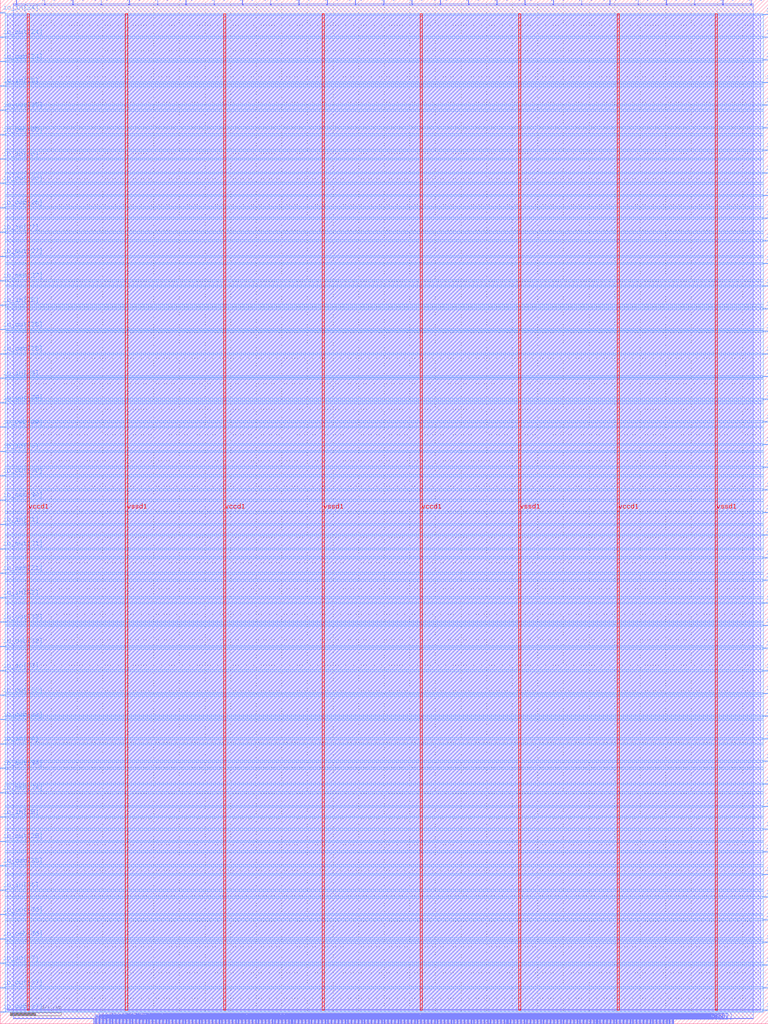
<source format=lef>
VERSION 5.7 ;
  NOWIREEXTENSIONATPIN ON ;
  DIVIDERCHAR "/" ;
  BUSBITCHARS "[]" ;
MACRO user_proj_example
  CLASS BLOCK ;
  FOREIGN user_proj_example ;
  ORIGIN 0.000 0.000 ;
  SIZE 600.000 BY 800.000 ;
  PIN io_in[0]
    DIRECTION INPUT ;
    USE SIGNAL ;
    PORT
      LAYER met3 ;
        RECT 596.000 10.240 600.000 10.840 ;
    END
  END io_in[0]
  PIN io_in[10]
    DIRECTION INPUT ;
    USE SIGNAL ;
    PORT
      LAYER met3 ;
        RECT 596.000 540.640 600.000 541.240 ;
    END
  END io_in[10]
  PIN io_in[11]
    DIRECTION INPUT ;
    USE SIGNAL ;
    PORT
      LAYER met3 ;
        RECT 596.000 593.680 600.000 594.280 ;
    END
  END io_in[11]
  PIN io_in[12]
    DIRECTION INPUT ;
    USE SIGNAL ;
    PORT
      LAYER met3 ;
        RECT 596.000 646.720 600.000 647.320 ;
    END
  END io_in[12]
  PIN io_in[13]
    DIRECTION INPUT ;
    USE SIGNAL ;
    PORT
      LAYER met3 ;
        RECT 596.000 699.760 600.000 700.360 ;
    END
  END io_in[13]
  PIN io_in[14]
    DIRECTION INPUT ;
    USE SIGNAL ;
    PORT
      LAYER met3 ;
        RECT 596.000 752.800 600.000 753.400 ;
    END
  END io_in[14]
  PIN io_in[15]
    DIRECTION INPUT ;
    USE SIGNAL ;
    PORT
      LAYER met2 ;
        RECT 586.590 796.000 586.870 800.000 ;
    END
  END io_in[15]
  PIN io_in[16]
    DIRECTION INPUT ;
    USE SIGNAL ;
    PORT
      LAYER met2 ;
        RECT 520.350 796.000 520.630 800.000 ;
    END
  END io_in[16]
  PIN io_in[17]
    DIRECTION INPUT ;
    USE SIGNAL ;
    PORT
      LAYER met2 ;
        RECT 454.110 796.000 454.390 800.000 ;
    END
  END io_in[17]
  PIN io_in[18]
    DIRECTION INPUT ;
    USE SIGNAL ;
    PORT
      LAYER met2 ;
        RECT 387.870 796.000 388.150 800.000 ;
    END
  END io_in[18]
  PIN io_in[19]
    DIRECTION INPUT ;
    USE SIGNAL ;
    PORT
      LAYER met2 ;
        RECT 321.630 796.000 321.910 800.000 ;
    END
  END io_in[19]
  PIN io_in[1]
    DIRECTION INPUT ;
    USE SIGNAL ;
    PORT
      LAYER met3 ;
        RECT 596.000 63.280 600.000 63.880 ;
    END
  END io_in[1]
  PIN io_in[20]
    DIRECTION INPUT ;
    USE SIGNAL ;
    PORT
      LAYER met2 ;
        RECT 255.390 796.000 255.670 800.000 ;
    END
  END io_in[20]
  PIN io_in[21]
    DIRECTION INPUT ;
    USE SIGNAL ;
    PORT
      LAYER met2 ;
        RECT 189.150 796.000 189.430 800.000 ;
    END
  END io_in[21]
  PIN io_in[22]
    DIRECTION INPUT ;
    USE SIGNAL ;
    PORT
      LAYER met2 ;
        RECT 122.910 796.000 123.190 800.000 ;
    END
  END io_in[22]
  PIN io_in[23]
    DIRECTION INPUT ;
    USE SIGNAL ;
    PORT
      LAYER met2 ;
        RECT 56.670 796.000 56.950 800.000 ;
    END
  END io_in[23]
  PIN io_in[24]
    DIRECTION INPUT ;
    USE SIGNAL ;
    PORT
      LAYER met3 ;
        RECT 0.000 789.520 4.000 790.120 ;
    END
  END io_in[24]
  PIN io_in[25]
    DIRECTION INPUT ;
    USE SIGNAL ;
    PORT
      LAYER met3 ;
        RECT 0.000 732.400 4.000 733.000 ;
    END
  END io_in[25]
  PIN io_in[26]
    DIRECTION INPUT ;
    USE SIGNAL ;
    PORT
      LAYER met3 ;
        RECT 0.000 675.280 4.000 675.880 ;
    END
  END io_in[26]
  PIN io_in[27]
    DIRECTION INPUT ;
    USE SIGNAL ;
    PORT
      LAYER met3 ;
        RECT 0.000 618.160 4.000 618.760 ;
    END
  END io_in[27]
  PIN io_in[28]
    DIRECTION INPUT ;
    USE SIGNAL ;
    PORT
      LAYER met3 ;
        RECT 0.000 561.040 4.000 561.640 ;
    END
  END io_in[28]
  PIN io_in[29]
    DIRECTION INPUT ;
    USE SIGNAL ;
    PORT
      LAYER met3 ;
        RECT 0.000 503.920 4.000 504.520 ;
    END
  END io_in[29]
  PIN io_in[2]
    DIRECTION INPUT ;
    USE SIGNAL ;
    PORT
      LAYER met3 ;
        RECT 596.000 116.320 600.000 116.920 ;
    END
  END io_in[2]
  PIN io_in[30]
    DIRECTION INPUT ;
    USE SIGNAL ;
    PORT
      LAYER met3 ;
        RECT 0.000 446.800 4.000 447.400 ;
    END
  END io_in[30]
  PIN io_in[31]
    DIRECTION INPUT ;
    USE SIGNAL ;
    PORT
      LAYER met3 ;
        RECT 0.000 389.680 4.000 390.280 ;
    END
  END io_in[31]
  PIN io_in[32]
    DIRECTION INPUT ;
    USE SIGNAL ;
    PORT
      LAYER met3 ;
        RECT 0.000 332.560 4.000 333.160 ;
    END
  END io_in[32]
  PIN io_in[33]
    DIRECTION INPUT ;
    USE SIGNAL ;
    PORT
      LAYER met3 ;
        RECT 0.000 275.440 4.000 276.040 ;
    END
  END io_in[33]
  PIN io_in[34]
    DIRECTION INPUT ;
    USE SIGNAL ;
    PORT
      LAYER met3 ;
        RECT 0.000 218.320 4.000 218.920 ;
    END
  END io_in[34]
  PIN io_in[35]
    DIRECTION INPUT ;
    USE SIGNAL ;
    PORT
      LAYER met3 ;
        RECT 0.000 161.200 4.000 161.800 ;
    END
  END io_in[35]
  PIN io_in[36]
    DIRECTION INPUT ;
    USE SIGNAL ;
    PORT
      LAYER met3 ;
        RECT 0.000 104.080 4.000 104.680 ;
    END
  END io_in[36]
  PIN io_in[37]
    DIRECTION INPUT ;
    USE SIGNAL ;
    PORT
      LAYER met3 ;
        RECT 0.000 46.960 4.000 47.560 ;
    END
  END io_in[37]
  PIN io_in[3]
    DIRECTION INPUT ;
    USE SIGNAL ;
    PORT
      LAYER met3 ;
        RECT 596.000 169.360 600.000 169.960 ;
    END
  END io_in[3]
  PIN io_in[4]
    DIRECTION INPUT ;
    USE SIGNAL ;
    PORT
      LAYER met3 ;
        RECT 596.000 222.400 600.000 223.000 ;
    END
  END io_in[4]
  PIN io_in[5]
    DIRECTION INPUT ;
    USE SIGNAL ;
    PORT
      LAYER met3 ;
        RECT 596.000 275.440 600.000 276.040 ;
    END
  END io_in[5]
  PIN io_in[6]
    DIRECTION INPUT ;
    USE SIGNAL ;
    PORT
      LAYER met3 ;
        RECT 596.000 328.480 600.000 329.080 ;
    END
  END io_in[6]
  PIN io_in[7]
    DIRECTION INPUT ;
    USE SIGNAL ;
    PORT
      LAYER met3 ;
        RECT 596.000 381.520 600.000 382.120 ;
    END
  END io_in[7]
  PIN io_in[8]
    DIRECTION INPUT ;
    USE SIGNAL ;
    PORT
      LAYER met3 ;
        RECT 596.000 434.560 600.000 435.160 ;
    END
  END io_in[8]
  PIN io_in[9]
    DIRECTION INPUT ;
    USE SIGNAL ;
    PORT
      LAYER met3 ;
        RECT 596.000 487.600 600.000 488.200 ;
    END
  END io_in[9]
  PIN io_oeb[0]
    DIRECTION OUTPUT TRISTATE ;
    USE SIGNAL ;
    PORT
      LAYER met3 ;
        RECT 596.000 45.600 600.000 46.200 ;
    END
  END io_oeb[0]
  PIN io_oeb[10]
    DIRECTION OUTPUT TRISTATE ;
    USE SIGNAL ;
    PORT
      LAYER met3 ;
        RECT 596.000 576.000 600.000 576.600 ;
    END
  END io_oeb[10]
  PIN io_oeb[11]
    DIRECTION OUTPUT TRISTATE ;
    USE SIGNAL ;
    PORT
      LAYER met3 ;
        RECT 596.000 629.040 600.000 629.640 ;
    END
  END io_oeb[11]
  PIN io_oeb[12]
    DIRECTION OUTPUT TRISTATE ;
    USE SIGNAL ;
    PORT
      LAYER met3 ;
        RECT 596.000 682.080 600.000 682.680 ;
    END
  END io_oeb[12]
  PIN io_oeb[13]
    DIRECTION OUTPUT TRISTATE ;
    USE SIGNAL ;
    PORT
      LAYER met3 ;
        RECT 596.000 735.120 600.000 735.720 ;
    END
  END io_oeb[13]
  PIN io_oeb[14]
    DIRECTION OUTPUT TRISTATE ;
    USE SIGNAL ;
    PORT
      LAYER met3 ;
        RECT 596.000 788.160 600.000 788.760 ;
    END
  END io_oeb[14]
  PIN io_oeb[15]
    DIRECTION OUTPUT TRISTATE ;
    USE SIGNAL ;
    PORT
      LAYER met2 ;
        RECT 542.430 796.000 542.710 800.000 ;
    END
  END io_oeb[15]
  PIN io_oeb[16]
    DIRECTION OUTPUT TRISTATE ;
    USE SIGNAL ;
    PORT
      LAYER met2 ;
        RECT 476.190 796.000 476.470 800.000 ;
    END
  END io_oeb[16]
  PIN io_oeb[17]
    DIRECTION OUTPUT TRISTATE ;
    USE SIGNAL ;
    PORT
      LAYER met2 ;
        RECT 409.950 796.000 410.230 800.000 ;
    END
  END io_oeb[17]
  PIN io_oeb[18]
    DIRECTION OUTPUT TRISTATE ;
    USE SIGNAL ;
    PORT
      LAYER met2 ;
        RECT 343.710 796.000 343.990 800.000 ;
    END
  END io_oeb[18]
  PIN io_oeb[19]
    DIRECTION OUTPUT TRISTATE ;
    USE SIGNAL ;
    PORT
      LAYER met2 ;
        RECT 277.470 796.000 277.750 800.000 ;
    END
  END io_oeb[19]
  PIN io_oeb[1]
    DIRECTION OUTPUT TRISTATE ;
    USE SIGNAL ;
    PORT
      LAYER met3 ;
        RECT 596.000 98.640 600.000 99.240 ;
    END
  END io_oeb[1]
  PIN io_oeb[20]
    DIRECTION OUTPUT TRISTATE ;
    USE SIGNAL ;
    PORT
      LAYER met2 ;
        RECT 211.230 796.000 211.510 800.000 ;
    END
  END io_oeb[20]
  PIN io_oeb[21]
    DIRECTION OUTPUT TRISTATE ;
    USE SIGNAL ;
    PORT
      LAYER met2 ;
        RECT 144.990 796.000 145.270 800.000 ;
    END
  END io_oeb[21]
  PIN io_oeb[22]
    DIRECTION OUTPUT TRISTATE ;
    USE SIGNAL ;
    PORT
      LAYER met2 ;
        RECT 78.750 796.000 79.030 800.000 ;
    END
  END io_oeb[22]
  PIN io_oeb[23]
    DIRECTION OUTPUT TRISTATE ;
    USE SIGNAL ;
    PORT
      LAYER met2 ;
        RECT 12.510 796.000 12.790 800.000 ;
    END
  END io_oeb[23]
  PIN io_oeb[24]
    DIRECTION OUTPUT TRISTATE ;
    USE SIGNAL ;
    PORT
      LAYER met3 ;
        RECT 0.000 751.440 4.000 752.040 ;
    END
  END io_oeb[24]
  PIN io_oeb[25]
    DIRECTION OUTPUT TRISTATE ;
    USE SIGNAL ;
    PORT
      LAYER met3 ;
        RECT 0.000 694.320 4.000 694.920 ;
    END
  END io_oeb[25]
  PIN io_oeb[26]
    DIRECTION OUTPUT TRISTATE ;
    USE SIGNAL ;
    PORT
      LAYER met3 ;
        RECT 0.000 637.200 4.000 637.800 ;
    END
  END io_oeb[26]
  PIN io_oeb[27]
    DIRECTION OUTPUT TRISTATE ;
    USE SIGNAL ;
    PORT
      LAYER met3 ;
        RECT 0.000 580.080 4.000 580.680 ;
    END
  END io_oeb[27]
  PIN io_oeb[28]
    DIRECTION OUTPUT TRISTATE ;
    USE SIGNAL ;
    PORT
      LAYER met3 ;
        RECT 0.000 522.960 4.000 523.560 ;
    END
  END io_oeb[28]
  PIN io_oeb[29]
    DIRECTION OUTPUT TRISTATE ;
    USE SIGNAL ;
    PORT
      LAYER met3 ;
        RECT 0.000 465.840 4.000 466.440 ;
    END
  END io_oeb[29]
  PIN io_oeb[2]
    DIRECTION OUTPUT TRISTATE ;
    USE SIGNAL ;
    PORT
      LAYER met3 ;
        RECT 596.000 151.680 600.000 152.280 ;
    END
  END io_oeb[2]
  PIN io_oeb[30]
    DIRECTION OUTPUT TRISTATE ;
    USE SIGNAL ;
    PORT
      LAYER met3 ;
        RECT 0.000 408.720 4.000 409.320 ;
    END
  END io_oeb[30]
  PIN io_oeb[31]
    DIRECTION OUTPUT TRISTATE ;
    USE SIGNAL ;
    PORT
      LAYER met3 ;
        RECT 0.000 351.600 4.000 352.200 ;
    END
  END io_oeb[31]
  PIN io_oeb[32]
    DIRECTION OUTPUT TRISTATE ;
    USE SIGNAL ;
    PORT
      LAYER met3 ;
        RECT 0.000 294.480 4.000 295.080 ;
    END
  END io_oeb[32]
  PIN io_oeb[33]
    DIRECTION OUTPUT TRISTATE ;
    USE SIGNAL ;
    PORT
      LAYER met3 ;
        RECT 0.000 237.360 4.000 237.960 ;
    END
  END io_oeb[33]
  PIN io_oeb[34]
    DIRECTION OUTPUT TRISTATE ;
    USE SIGNAL ;
    PORT
      LAYER met3 ;
        RECT 0.000 180.240 4.000 180.840 ;
    END
  END io_oeb[34]
  PIN io_oeb[35]
    DIRECTION OUTPUT TRISTATE ;
    USE SIGNAL ;
    PORT
      LAYER met3 ;
        RECT 0.000 123.120 4.000 123.720 ;
    END
  END io_oeb[35]
  PIN io_oeb[36]
    DIRECTION OUTPUT TRISTATE ;
    USE SIGNAL ;
    PORT
      LAYER met3 ;
        RECT 0.000 66.000 4.000 66.600 ;
    END
  END io_oeb[36]
  PIN io_oeb[37]
    DIRECTION OUTPUT TRISTATE ;
    USE SIGNAL ;
    PORT
      LAYER met3 ;
        RECT 0.000 8.880 4.000 9.480 ;
    END
  END io_oeb[37]
  PIN io_oeb[3]
    DIRECTION OUTPUT TRISTATE ;
    USE SIGNAL ;
    PORT
      LAYER met3 ;
        RECT 596.000 204.720 600.000 205.320 ;
    END
  END io_oeb[3]
  PIN io_oeb[4]
    DIRECTION OUTPUT TRISTATE ;
    USE SIGNAL ;
    PORT
      LAYER met3 ;
        RECT 596.000 257.760 600.000 258.360 ;
    END
  END io_oeb[4]
  PIN io_oeb[5]
    DIRECTION OUTPUT TRISTATE ;
    USE SIGNAL ;
    PORT
      LAYER met3 ;
        RECT 596.000 310.800 600.000 311.400 ;
    END
  END io_oeb[5]
  PIN io_oeb[6]
    DIRECTION OUTPUT TRISTATE ;
    USE SIGNAL ;
    PORT
      LAYER met3 ;
        RECT 596.000 363.840 600.000 364.440 ;
    END
  END io_oeb[6]
  PIN io_oeb[7]
    DIRECTION OUTPUT TRISTATE ;
    USE SIGNAL ;
    PORT
      LAYER met3 ;
        RECT 596.000 416.880 600.000 417.480 ;
    END
  END io_oeb[7]
  PIN io_oeb[8]
    DIRECTION OUTPUT TRISTATE ;
    USE SIGNAL ;
    PORT
      LAYER met3 ;
        RECT 596.000 469.920 600.000 470.520 ;
    END
  END io_oeb[8]
  PIN io_oeb[9]
    DIRECTION OUTPUT TRISTATE ;
    USE SIGNAL ;
    PORT
      LAYER met3 ;
        RECT 596.000 522.960 600.000 523.560 ;
    END
  END io_oeb[9]
  PIN io_out[0]
    DIRECTION OUTPUT TRISTATE ;
    USE SIGNAL ;
    PORT
      LAYER met3 ;
        RECT 596.000 27.920 600.000 28.520 ;
    END
  END io_out[0]
  PIN io_out[10]
    DIRECTION OUTPUT TRISTATE ;
    USE SIGNAL ;
    PORT
      LAYER met3 ;
        RECT 596.000 558.320 600.000 558.920 ;
    END
  END io_out[10]
  PIN io_out[11]
    DIRECTION OUTPUT TRISTATE ;
    USE SIGNAL ;
    PORT
      LAYER met3 ;
        RECT 596.000 611.360 600.000 611.960 ;
    END
  END io_out[11]
  PIN io_out[12]
    DIRECTION OUTPUT TRISTATE ;
    USE SIGNAL ;
    PORT
      LAYER met3 ;
        RECT 596.000 664.400 600.000 665.000 ;
    END
  END io_out[12]
  PIN io_out[13]
    DIRECTION OUTPUT TRISTATE ;
    USE SIGNAL ;
    PORT
      LAYER met3 ;
        RECT 596.000 717.440 600.000 718.040 ;
    END
  END io_out[13]
  PIN io_out[14]
    DIRECTION OUTPUT TRISTATE ;
    USE SIGNAL ;
    PORT
      LAYER met3 ;
        RECT 596.000 770.480 600.000 771.080 ;
    END
  END io_out[14]
  PIN io_out[15]
    DIRECTION OUTPUT TRISTATE ;
    USE SIGNAL ;
    PORT
      LAYER met2 ;
        RECT 564.510 796.000 564.790 800.000 ;
    END
  END io_out[15]
  PIN io_out[16]
    DIRECTION OUTPUT TRISTATE ;
    USE SIGNAL ;
    PORT
      LAYER met2 ;
        RECT 498.270 796.000 498.550 800.000 ;
    END
  END io_out[16]
  PIN io_out[17]
    DIRECTION OUTPUT TRISTATE ;
    USE SIGNAL ;
    PORT
      LAYER met2 ;
        RECT 432.030 796.000 432.310 800.000 ;
    END
  END io_out[17]
  PIN io_out[18]
    DIRECTION OUTPUT TRISTATE ;
    USE SIGNAL ;
    PORT
      LAYER met2 ;
        RECT 365.790 796.000 366.070 800.000 ;
    END
  END io_out[18]
  PIN io_out[19]
    DIRECTION OUTPUT TRISTATE ;
    USE SIGNAL ;
    PORT
      LAYER met2 ;
        RECT 299.550 796.000 299.830 800.000 ;
    END
  END io_out[19]
  PIN io_out[1]
    DIRECTION OUTPUT TRISTATE ;
    USE SIGNAL ;
    PORT
      LAYER met3 ;
        RECT 596.000 80.960 600.000 81.560 ;
    END
  END io_out[1]
  PIN io_out[20]
    DIRECTION OUTPUT TRISTATE ;
    USE SIGNAL ;
    PORT
      LAYER met2 ;
        RECT 233.310 796.000 233.590 800.000 ;
    END
  END io_out[20]
  PIN io_out[21]
    DIRECTION OUTPUT TRISTATE ;
    USE SIGNAL ;
    PORT
      LAYER met2 ;
        RECT 167.070 796.000 167.350 800.000 ;
    END
  END io_out[21]
  PIN io_out[22]
    DIRECTION OUTPUT TRISTATE ;
    USE SIGNAL ;
    PORT
      LAYER met2 ;
        RECT 100.830 796.000 101.110 800.000 ;
    END
  END io_out[22]
  PIN io_out[23]
    DIRECTION OUTPUT TRISTATE ;
    USE SIGNAL ;
    PORT
      LAYER met2 ;
        RECT 34.590 796.000 34.870 800.000 ;
    END
  END io_out[23]
  PIN io_out[24]
    DIRECTION OUTPUT TRISTATE ;
    USE SIGNAL ;
    PORT
      LAYER met3 ;
        RECT 0.000 770.480 4.000 771.080 ;
    END
  END io_out[24]
  PIN io_out[25]
    DIRECTION OUTPUT TRISTATE ;
    USE SIGNAL ;
    PORT
      LAYER met3 ;
        RECT 0.000 713.360 4.000 713.960 ;
    END
  END io_out[25]
  PIN io_out[26]
    DIRECTION OUTPUT TRISTATE ;
    USE SIGNAL ;
    PORT
      LAYER met3 ;
        RECT 0.000 656.240 4.000 656.840 ;
    END
  END io_out[26]
  PIN io_out[27]
    DIRECTION OUTPUT TRISTATE ;
    USE SIGNAL ;
    PORT
      LAYER met3 ;
        RECT 0.000 599.120 4.000 599.720 ;
    END
  END io_out[27]
  PIN io_out[28]
    DIRECTION OUTPUT TRISTATE ;
    USE SIGNAL ;
    PORT
      LAYER met3 ;
        RECT 0.000 542.000 4.000 542.600 ;
    END
  END io_out[28]
  PIN io_out[29]
    DIRECTION OUTPUT TRISTATE ;
    USE SIGNAL ;
    PORT
      LAYER met3 ;
        RECT 0.000 484.880 4.000 485.480 ;
    END
  END io_out[29]
  PIN io_out[2]
    DIRECTION OUTPUT TRISTATE ;
    USE SIGNAL ;
    PORT
      LAYER met3 ;
        RECT 596.000 134.000 600.000 134.600 ;
    END
  END io_out[2]
  PIN io_out[30]
    DIRECTION OUTPUT TRISTATE ;
    USE SIGNAL ;
    PORT
      LAYER met3 ;
        RECT 0.000 427.760 4.000 428.360 ;
    END
  END io_out[30]
  PIN io_out[31]
    DIRECTION OUTPUT TRISTATE ;
    USE SIGNAL ;
    PORT
      LAYER met3 ;
        RECT 0.000 370.640 4.000 371.240 ;
    END
  END io_out[31]
  PIN io_out[32]
    DIRECTION OUTPUT TRISTATE ;
    USE SIGNAL ;
    PORT
      LAYER met3 ;
        RECT 0.000 313.520 4.000 314.120 ;
    END
  END io_out[32]
  PIN io_out[33]
    DIRECTION OUTPUT TRISTATE ;
    USE SIGNAL ;
    PORT
      LAYER met3 ;
        RECT 0.000 256.400 4.000 257.000 ;
    END
  END io_out[33]
  PIN io_out[34]
    DIRECTION OUTPUT TRISTATE ;
    USE SIGNAL ;
    PORT
      LAYER met3 ;
        RECT 0.000 199.280 4.000 199.880 ;
    END
  END io_out[34]
  PIN io_out[35]
    DIRECTION OUTPUT TRISTATE ;
    USE SIGNAL ;
    PORT
      LAYER met3 ;
        RECT 0.000 142.160 4.000 142.760 ;
    END
  END io_out[35]
  PIN io_out[36]
    DIRECTION OUTPUT TRISTATE ;
    USE SIGNAL ;
    PORT
      LAYER met3 ;
        RECT 0.000 85.040 4.000 85.640 ;
    END
  END io_out[36]
  PIN io_out[37]
    DIRECTION OUTPUT TRISTATE ;
    USE SIGNAL ;
    PORT
      LAYER met3 ;
        RECT 0.000 27.920 4.000 28.520 ;
    END
  END io_out[37]
  PIN io_out[3]
    DIRECTION OUTPUT TRISTATE ;
    USE SIGNAL ;
    PORT
      LAYER met3 ;
        RECT 596.000 187.040 600.000 187.640 ;
    END
  END io_out[3]
  PIN io_out[4]
    DIRECTION OUTPUT TRISTATE ;
    USE SIGNAL ;
    PORT
      LAYER met3 ;
        RECT 596.000 240.080 600.000 240.680 ;
    END
  END io_out[4]
  PIN io_out[5]
    DIRECTION OUTPUT TRISTATE ;
    USE SIGNAL ;
    PORT
      LAYER met3 ;
        RECT 596.000 293.120 600.000 293.720 ;
    END
  END io_out[5]
  PIN io_out[6]
    DIRECTION OUTPUT TRISTATE ;
    USE SIGNAL ;
    PORT
      LAYER met3 ;
        RECT 596.000 346.160 600.000 346.760 ;
    END
  END io_out[6]
  PIN io_out[7]
    DIRECTION OUTPUT TRISTATE ;
    USE SIGNAL ;
    PORT
      LAYER met3 ;
        RECT 596.000 399.200 600.000 399.800 ;
    END
  END io_out[7]
  PIN io_out[8]
    DIRECTION OUTPUT TRISTATE ;
    USE SIGNAL ;
    PORT
      LAYER met3 ;
        RECT 596.000 452.240 600.000 452.840 ;
    END
  END io_out[8]
  PIN io_out[9]
    DIRECTION OUTPUT TRISTATE ;
    USE SIGNAL ;
    PORT
      LAYER met3 ;
        RECT 596.000 505.280 600.000 505.880 ;
    END
  END io_out[9]
  PIN irq[0]
    DIRECTION OUTPUT TRISTATE ;
    USE SIGNAL ;
    PORT
      LAYER met2 ;
        RECT 524.030 0.000 524.310 4.000 ;
    END
  END irq[0]
  PIN irq[1]
    DIRECTION OUTPUT TRISTATE ;
    USE SIGNAL ;
    PORT
      LAYER met2 ;
        RECT 524.950 0.000 525.230 4.000 ;
    END
  END irq[1]
  PIN irq[2]
    DIRECTION OUTPUT TRISTATE ;
    USE SIGNAL ;
    PORT
      LAYER met2 ;
        RECT 525.870 0.000 526.150 4.000 ;
    END
  END irq[2]
  PIN la_data_in[0]
    DIRECTION INPUT ;
    USE SIGNAL ;
    PORT
      LAYER met2 ;
        RECT 170.750 0.000 171.030 4.000 ;
    END
  END la_data_in[0]
  PIN la_data_in[100]
    DIRECTION INPUT ;
    USE SIGNAL ;
    PORT
      LAYER met2 ;
        RECT 446.750 0.000 447.030 4.000 ;
    END
  END la_data_in[100]
  PIN la_data_in[101]
    DIRECTION INPUT ;
    USE SIGNAL ;
    PORT
      LAYER met2 ;
        RECT 449.510 0.000 449.790 4.000 ;
    END
  END la_data_in[101]
  PIN la_data_in[102]
    DIRECTION INPUT ;
    USE SIGNAL ;
    PORT
      LAYER met2 ;
        RECT 452.270 0.000 452.550 4.000 ;
    END
  END la_data_in[102]
  PIN la_data_in[103]
    DIRECTION INPUT ;
    USE SIGNAL ;
    PORT
      LAYER met2 ;
        RECT 455.030 0.000 455.310 4.000 ;
    END
  END la_data_in[103]
  PIN la_data_in[104]
    DIRECTION INPUT ;
    USE SIGNAL ;
    PORT
      LAYER met2 ;
        RECT 457.790 0.000 458.070 4.000 ;
    END
  END la_data_in[104]
  PIN la_data_in[105]
    DIRECTION INPUT ;
    USE SIGNAL ;
    PORT
      LAYER met2 ;
        RECT 460.550 0.000 460.830 4.000 ;
    END
  END la_data_in[105]
  PIN la_data_in[106]
    DIRECTION INPUT ;
    USE SIGNAL ;
    PORT
      LAYER met2 ;
        RECT 463.310 0.000 463.590 4.000 ;
    END
  END la_data_in[106]
  PIN la_data_in[107]
    DIRECTION INPUT ;
    USE SIGNAL ;
    PORT
      LAYER met2 ;
        RECT 466.070 0.000 466.350 4.000 ;
    END
  END la_data_in[107]
  PIN la_data_in[108]
    DIRECTION INPUT ;
    USE SIGNAL ;
    PORT
      LAYER met2 ;
        RECT 468.830 0.000 469.110 4.000 ;
    END
  END la_data_in[108]
  PIN la_data_in[109]
    DIRECTION INPUT ;
    USE SIGNAL ;
    PORT
      LAYER met2 ;
        RECT 471.590 0.000 471.870 4.000 ;
    END
  END la_data_in[109]
  PIN la_data_in[10]
    DIRECTION INPUT ;
    USE SIGNAL ;
    PORT
      LAYER met2 ;
        RECT 198.350 0.000 198.630 4.000 ;
    END
  END la_data_in[10]
  PIN la_data_in[110]
    DIRECTION INPUT ;
    USE SIGNAL ;
    PORT
      LAYER met2 ;
        RECT 474.350 0.000 474.630 4.000 ;
    END
  END la_data_in[110]
  PIN la_data_in[111]
    DIRECTION INPUT ;
    USE SIGNAL ;
    PORT
      LAYER met2 ;
        RECT 477.110 0.000 477.390 4.000 ;
    END
  END la_data_in[111]
  PIN la_data_in[112]
    DIRECTION INPUT ;
    USE SIGNAL ;
    PORT
      LAYER met2 ;
        RECT 479.870 0.000 480.150 4.000 ;
    END
  END la_data_in[112]
  PIN la_data_in[113]
    DIRECTION INPUT ;
    USE SIGNAL ;
    PORT
      LAYER met2 ;
        RECT 482.630 0.000 482.910 4.000 ;
    END
  END la_data_in[113]
  PIN la_data_in[114]
    DIRECTION INPUT ;
    USE SIGNAL ;
    PORT
      LAYER met2 ;
        RECT 485.390 0.000 485.670 4.000 ;
    END
  END la_data_in[114]
  PIN la_data_in[115]
    DIRECTION INPUT ;
    USE SIGNAL ;
    PORT
      LAYER met2 ;
        RECT 488.150 0.000 488.430 4.000 ;
    END
  END la_data_in[115]
  PIN la_data_in[116]
    DIRECTION INPUT ;
    USE SIGNAL ;
    PORT
      LAYER met2 ;
        RECT 490.910 0.000 491.190 4.000 ;
    END
  END la_data_in[116]
  PIN la_data_in[117]
    DIRECTION INPUT ;
    USE SIGNAL ;
    PORT
      LAYER met2 ;
        RECT 493.670 0.000 493.950 4.000 ;
    END
  END la_data_in[117]
  PIN la_data_in[118]
    DIRECTION INPUT ;
    USE SIGNAL ;
    PORT
      LAYER met2 ;
        RECT 496.430 0.000 496.710 4.000 ;
    END
  END la_data_in[118]
  PIN la_data_in[119]
    DIRECTION INPUT ;
    USE SIGNAL ;
    PORT
      LAYER met2 ;
        RECT 499.190 0.000 499.470 4.000 ;
    END
  END la_data_in[119]
  PIN la_data_in[11]
    DIRECTION INPUT ;
    USE SIGNAL ;
    PORT
      LAYER met2 ;
        RECT 201.110 0.000 201.390 4.000 ;
    END
  END la_data_in[11]
  PIN la_data_in[120]
    DIRECTION INPUT ;
    USE SIGNAL ;
    PORT
      LAYER met2 ;
        RECT 501.950 0.000 502.230 4.000 ;
    END
  END la_data_in[120]
  PIN la_data_in[121]
    DIRECTION INPUT ;
    USE SIGNAL ;
    PORT
      LAYER met2 ;
        RECT 504.710 0.000 504.990 4.000 ;
    END
  END la_data_in[121]
  PIN la_data_in[122]
    DIRECTION INPUT ;
    USE SIGNAL ;
    PORT
      LAYER met2 ;
        RECT 507.470 0.000 507.750 4.000 ;
    END
  END la_data_in[122]
  PIN la_data_in[123]
    DIRECTION INPUT ;
    USE SIGNAL ;
    PORT
      LAYER met2 ;
        RECT 510.230 0.000 510.510 4.000 ;
    END
  END la_data_in[123]
  PIN la_data_in[124]
    DIRECTION INPUT ;
    USE SIGNAL ;
    PORT
      LAYER met2 ;
        RECT 512.990 0.000 513.270 4.000 ;
    END
  END la_data_in[124]
  PIN la_data_in[125]
    DIRECTION INPUT ;
    USE SIGNAL ;
    PORT
      LAYER met2 ;
        RECT 515.750 0.000 516.030 4.000 ;
    END
  END la_data_in[125]
  PIN la_data_in[126]
    DIRECTION INPUT ;
    USE SIGNAL ;
    PORT
      LAYER met2 ;
        RECT 518.510 0.000 518.790 4.000 ;
    END
  END la_data_in[126]
  PIN la_data_in[127]
    DIRECTION INPUT ;
    USE SIGNAL ;
    PORT
      LAYER met2 ;
        RECT 521.270 0.000 521.550 4.000 ;
    END
  END la_data_in[127]
  PIN la_data_in[12]
    DIRECTION INPUT ;
    USE SIGNAL ;
    PORT
      LAYER met2 ;
        RECT 203.870 0.000 204.150 4.000 ;
    END
  END la_data_in[12]
  PIN la_data_in[13]
    DIRECTION INPUT ;
    USE SIGNAL ;
    PORT
      LAYER met2 ;
        RECT 206.630 0.000 206.910 4.000 ;
    END
  END la_data_in[13]
  PIN la_data_in[14]
    DIRECTION INPUT ;
    USE SIGNAL ;
    PORT
      LAYER met2 ;
        RECT 209.390 0.000 209.670 4.000 ;
    END
  END la_data_in[14]
  PIN la_data_in[15]
    DIRECTION INPUT ;
    USE SIGNAL ;
    PORT
      LAYER met2 ;
        RECT 212.150 0.000 212.430 4.000 ;
    END
  END la_data_in[15]
  PIN la_data_in[16]
    DIRECTION INPUT ;
    USE SIGNAL ;
    PORT
      LAYER met2 ;
        RECT 214.910 0.000 215.190 4.000 ;
    END
  END la_data_in[16]
  PIN la_data_in[17]
    DIRECTION INPUT ;
    USE SIGNAL ;
    PORT
      LAYER met2 ;
        RECT 217.670 0.000 217.950 4.000 ;
    END
  END la_data_in[17]
  PIN la_data_in[18]
    DIRECTION INPUT ;
    USE SIGNAL ;
    PORT
      LAYER met2 ;
        RECT 220.430 0.000 220.710 4.000 ;
    END
  END la_data_in[18]
  PIN la_data_in[19]
    DIRECTION INPUT ;
    USE SIGNAL ;
    PORT
      LAYER met2 ;
        RECT 223.190 0.000 223.470 4.000 ;
    END
  END la_data_in[19]
  PIN la_data_in[1]
    DIRECTION INPUT ;
    USE SIGNAL ;
    PORT
      LAYER met2 ;
        RECT 173.510 0.000 173.790 4.000 ;
    END
  END la_data_in[1]
  PIN la_data_in[20]
    DIRECTION INPUT ;
    USE SIGNAL ;
    PORT
      LAYER met2 ;
        RECT 225.950 0.000 226.230 4.000 ;
    END
  END la_data_in[20]
  PIN la_data_in[21]
    DIRECTION INPUT ;
    USE SIGNAL ;
    PORT
      LAYER met2 ;
        RECT 228.710 0.000 228.990 4.000 ;
    END
  END la_data_in[21]
  PIN la_data_in[22]
    DIRECTION INPUT ;
    USE SIGNAL ;
    PORT
      LAYER met2 ;
        RECT 231.470 0.000 231.750 4.000 ;
    END
  END la_data_in[22]
  PIN la_data_in[23]
    DIRECTION INPUT ;
    USE SIGNAL ;
    PORT
      LAYER met2 ;
        RECT 234.230 0.000 234.510 4.000 ;
    END
  END la_data_in[23]
  PIN la_data_in[24]
    DIRECTION INPUT ;
    USE SIGNAL ;
    PORT
      LAYER met2 ;
        RECT 236.990 0.000 237.270 4.000 ;
    END
  END la_data_in[24]
  PIN la_data_in[25]
    DIRECTION INPUT ;
    USE SIGNAL ;
    PORT
      LAYER met2 ;
        RECT 239.750 0.000 240.030 4.000 ;
    END
  END la_data_in[25]
  PIN la_data_in[26]
    DIRECTION INPUT ;
    USE SIGNAL ;
    PORT
      LAYER met2 ;
        RECT 242.510 0.000 242.790 4.000 ;
    END
  END la_data_in[26]
  PIN la_data_in[27]
    DIRECTION INPUT ;
    USE SIGNAL ;
    PORT
      LAYER met2 ;
        RECT 245.270 0.000 245.550 4.000 ;
    END
  END la_data_in[27]
  PIN la_data_in[28]
    DIRECTION INPUT ;
    USE SIGNAL ;
    PORT
      LAYER met2 ;
        RECT 248.030 0.000 248.310 4.000 ;
    END
  END la_data_in[28]
  PIN la_data_in[29]
    DIRECTION INPUT ;
    USE SIGNAL ;
    PORT
      LAYER met2 ;
        RECT 250.790 0.000 251.070 4.000 ;
    END
  END la_data_in[29]
  PIN la_data_in[2]
    DIRECTION INPUT ;
    USE SIGNAL ;
    PORT
      LAYER met2 ;
        RECT 176.270 0.000 176.550 4.000 ;
    END
  END la_data_in[2]
  PIN la_data_in[30]
    DIRECTION INPUT ;
    USE SIGNAL ;
    PORT
      LAYER met2 ;
        RECT 253.550 0.000 253.830 4.000 ;
    END
  END la_data_in[30]
  PIN la_data_in[31]
    DIRECTION INPUT ;
    USE SIGNAL ;
    PORT
      LAYER met2 ;
        RECT 256.310 0.000 256.590 4.000 ;
    END
  END la_data_in[31]
  PIN la_data_in[32]
    DIRECTION INPUT ;
    USE SIGNAL ;
    PORT
      LAYER met2 ;
        RECT 259.070 0.000 259.350 4.000 ;
    END
  END la_data_in[32]
  PIN la_data_in[33]
    DIRECTION INPUT ;
    USE SIGNAL ;
    PORT
      LAYER met2 ;
        RECT 261.830 0.000 262.110 4.000 ;
    END
  END la_data_in[33]
  PIN la_data_in[34]
    DIRECTION INPUT ;
    USE SIGNAL ;
    PORT
      LAYER met2 ;
        RECT 264.590 0.000 264.870 4.000 ;
    END
  END la_data_in[34]
  PIN la_data_in[35]
    DIRECTION INPUT ;
    USE SIGNAL ;
    PORT
      LAYER met2 ;
        RECT 267.350 0.000 267.630 4.000 ;
    END
  END la_data_in[35]
  PIN la_data_in[36]
    DIRECTION INPUT ;
    USE SIGNAL ;
    PORT
      LAYER met2 ;
        RECT 270.110 0.000 270.390 4.000 ;
    END
  END la_data_in[36]
  PIN la_data_in[37]
    DIRECTION INPUT ;
    USE SIGNAL ;
    PORT
      LAYER met2 ;
        RECT 272.870 0.000 273.150 4.000 ;
    END
  END la_data_in[37]
  PIN la_data_in[38]
    DIRECTION INPUT ;
    USE SIGNAL ;
    PORT
      LAYER met2 ;
        RECT 275.630 0.000 275.910 4.000 ;
    END
  END la_data_in[38]
  PIN la_data_in[39]
    DIRECTION INPUT ;
    USE SIGNAL ;
    PORT
      LAYER met2 ;
        RECT 278.390 0.000 278.670 4.000 ;
    END
  END la_data_in[39]
  PIN la_data_in[3]
    DIRECTION INPUT ;
    USE SIGNAL ;
    PORT
      LAYER met2 ;
        RECT 179.030 0.000 179.310 4.000 ;
    END
  END la_data_in[3]
  PIN la_data_in[40]
    DIRECTION INPUT ;
    USE SIGNAL ;
    PORT
      LAYER met2 ;
        RECT 281.150 0.000 281.430 4.000 ;
    END
  END la_data_in[40]
  PIN la_data_in[41]
    DIRECTION INPUT ;
    USE SIGNAL ;
    PORT
      LAYER met2 ;
        RECT 283.910 0.000 284.190 4.000 ;
    END
  END la_data_in[41]
  PIN la_data_in[42]
    DIRECTION INPUT ;
    USE SIGNAL ;
    PORT
      LAYER met2 ;
        RECT 286.670 0.000 286.950 4.000 ;
    END
  END la_data_in[42]
  PIN la_data_in[43]
    DIRECTION INPUT ;
    USE SIGNAL ;
    PORT
      LAYER met2 ;
        RECT 289.430 0.000 289.710 4.000 ;
    END
  END la_data_in[43]
  PIN la_data_in[44]
    DIRECTION INPUT ;
    USE SIGNAL ;
    PORT
      LAYER met2 ;
        RECT 292.190 0.000 292.470 4.000 ;
    END
  END la_data_in[44]
  PIN la_data_in[45]
    DIRECTION INPUT ;
    USE SIGNAL ;
    PORT
      LAYER met2 ;
        RECT 294.950 0.000 295.230 4.000 ;
    END
  END la_data_in[45]
  PIN la_data_in[46]
    DIRECTION INPUT ;
    USE SIGNAL ;
    PORT
      LAYER met2 ;
        RECT 297.710 0.000 297.990 4.000 ;
    END
  END la_data_in[46]
  PIN la_data_in[47]
    DIRECTION INPUT ;
    USE SIGNAL ;
    PORT
      LAYER met2 ;
        RECT 300.470 0.000 300.750 4.000 ;
    END
  END la_data_in[47]
  PIN la_data_in[48]
    DIRECTION INPUT ;
    USE SIGNAL ;
    PORT
      LAYER met2 ;
        RECT 303.230 0.000 303.510 4.000 ;
    END
  END la_data_in[48]
  PIN la_data_in[49]
    DIRECTION INPUT ;
    USE SIGNAL ;
    PORT
      LAYER met2 ;
        RECT 305.990 0.000 306.270 4.000 ;
    END
  END la_data_in[49]
  PIN la_data_in[4]
    DIRECTION INPUT ;
    USE SIGNAL ;
    PORT
      LAYER met2 ;
        RECT 181.790 0.000 182.070 4.000 ;
    END
  END la_data_in[4]
  PIN la_data_in[50]
    DIRECTION INPUT ;
    USE SIGNAL ;
    PORT
      LAYER met2 ;
        RECT 308.750 0.000 309.030 4.000 ;
    END
  END la_data_in[50]
  PIN la_data_in[51]
    DIRECTION INPUT ;
    USE SIGNAL ;
    PORT
      LAYER met2 ;
        RECT 311.510 0.000 311.790 4.000 ;
    END
  END la_data_in[51]
  PIN la_data_in[52]
    DIRECTION INPUT ;
    USE SIGNAL ;
    PORT
      LAYER met2 ;
        RECT 314.270 0.000 314.550 4.000 ;
    END
  END la_data_in[52]
  PIN la_data_in[53]
    DIRECTION INPUT ;
    USE SIGNAL ;
    PORT
      LAYER met2 ;
        RECT 317.030 0.000 317.310 4.000 ;
    END
  END la_data_in[53]
  PIN la_data_in[54]
    DIRECTION INPUT ;
    USE SIGNAL ;
    PORT
      LAYER met2 ;
        RECT 319.790 0.000 320.070 4.000 ;
    END
  END la_data_in[54]
  PIN la_data_in[55]
    DIRECTION INPUT ;
    USE SIGNAL ;
    PORT
      LAYER met2 ;
        RECT 322.550 0.000 322.830 4.000 ;
    END
  END la_data_in[55]
  PIN la_data_in[56]
    DIRECTION INPUT ;
    USE SIGNAL ;
    PORT
      LAYER met2 ;
        RECT 325.310 0.000 325.590 4.000 ;
    END
  END la_data_in[56]
  PIN la_data_in[57]
    DIRECTION INPUT ;
    USE SIGNAL ;
    PORT
      LAYER met2 ;
        RECT 328.070 0.000 328.350 4.000 ;
    END
  END la_data_in[57]
  PIN la_data_in[58]
    DIRECTION INPUT ;
    USE SIGNAL ;
    PORT
      LAYER met2 ;
        RECT 330.830 0.000 331.110 4.000 ;
    END
  END la_data_in[58]
  PIN la_data_in[59]
    DIRECTION INPUT ;
    USE SIGNAL ;
    PORT
      LAYER met2 ;
        RECT 333.590 0.000 333.870 4.000 ;
    END
  END la_data_in[59]
  PIN la_data_in[5]
    DIRECTION INPUT ;
    USE SIGNAL ;
    PORT
      LAYER met2 ;
        RECT 184.550 0.000 184.830 4.000 ;
    END
  END la_data_in[5]
  PIN la_data_in[60]
    DIRECTION INPUT ;
    USE SIGNAL ;
    PORT
      LAYER met2 ;
        RECT 336.350 0.000 336.630 4.000 ;
    END
  END la_data_in[60]
  PIN la_data_in[61]
    DIRECTION INPUT ;
    USE SIGNAL ;
    PORT
      LAYER met2 ;
        RECT 339.110 0.000 339.390 4.000 ;
    END
  END la_data_in[61]
  PIN la_data_in[62]
    DIRECTION INPUT ;
    USE SIGNAL ;
    PORT
      LAYER met2 ;
        RECT 341.870 0.000 342.150 4.000 ;
    END
  END la_data_in[62]
  PIN la_data_in[63]
    DIRECTION INPUT ;
    USE SIGNAL ;
    PORT
      LAYER met2 ;
        RECT 344.630 0.000 344.910 4.000 ;
    END
  END la_data_in[63]
  PIN la_data_in[64]
    DIRECTION INPUT ;
    USE SIGNAL ;
    PORT
      LAYER met2 ;
        RECT 347.390 0.000 347.670 4.000 ;
    END
  END la_data_in[64]
  PIN la_data_in[65]
    DIRECTION INPUT ;
    USE SIGNAL ;
    PORT
      LAYER met2 ;
        RECT 350.150 0.000 350.430 4.000 ;
    END
  END la_data_in[65]
  PIN la_data_in[66]
    DIRECTION INPUT ;
    USE SIGNAL ;
    PORT
      LAYER met2 ;
        RECT 352.910 0.000 353.190 4.000 ;
    END
  END la_data_in[66]
  PIN la_data_in[67]
    DIRECTION INPUT ;
    USE SIGNAL ;
    PORT
      LAYER met2 ;
        RECT 355.670 0.000 355.950 4.000 ;
    END
  END la_data_in[67]
  PIN la_data_in[68]
    DIRECTION INPUT ;
    USE SIGNAL ;
    PORT
      LAYER met2 ;
        RECT 358.430 0.000 358.710 4.000 ;
    END
  END la_data_in[68]
  PIN la_data_in[69]
    DIRECTION INPUT ;
    USE SIGNAL ;
    PORT
      LAYER met2 ;
        RECT 361.190 0.000 361.470 4.000 ;
    END
  END la_data_in[69]
  PIN la_data_in[6]
    DIRECTION INPUT ;
    USE SIGNAL ;
    PORT
      LAYER met2 ;
        RECT 187.310 0.000 187.590 4.000 ;
    END
  END la_data_in[6]
  PIN la_data_in[70]
    DIRECTION INPUT ;
    USE SIGNAL ;
    PORT
      LAYER met2 ;
        RECT 363.950 0.000 364.230 4.000 ;
    END
  END la_data_in[70]
  PIN la_data_in[71]
    DIRECTION INPUT ;
    USE SIGNAL ;
    PORT
      LAYER met2 ;
        RECT 366.710 0.000 366.990 4.000 ;
    END
  END la_data_in[71]
  PIN la_data_in[72]
    DIRECTION INPUT ;
    USE SIGNAL ;
    PORT
      LAYER met2 ;
        RECT 369.470 0.000 369.750 4.000 ;
    END
  END la_data_in[72]
  PIN la_data_in[73]
    DIRECTION INPUT ;
    USE SIGNAL ;
    PORT
      LAYER met2 ;
        RECT 372.230 0.000 372.510 4.000 ;
    END
  END la_data_in[73]
  PIN la_data_in[74]
    DIRECTION INPUT ;
    USE SIGNAL ;
    PORT
      LAYER met2 ;
        RECT 374.990 0.000 375.270 4.000 ;
    END
  END la_data_in[74]
  PIN la_data_in[75]
    DIRECTION INPUT ;
    USE SIGNAL ;
    PORT
      LAYER met2 ;
        RECT 377.750 0.000 378.030 4.000 ;
    END
  END la_data_in[75]
  PIN la_data_in[76]
    DIRECTION INPUT ;
    USE SIGNAL ;
    PORT
      LAYER met2 ;
        RECT 380.510 0.000 380.790 4.000 ;
    END
  END la_data_in[76]
  PIN la_data_in[77]
    DIRECTION INPUT ;
    USE SIGNAL ;
    PORT
      LAYER met2 ;
        RECT 383.270 0.000 383.550 4.000 ;
    END
  END la_data_in[77]
  PIN la_data_in[78]
    DIRECTION INPUT ;
    USE SIGNAL ;
    PORT
      LAYER met2 ;
        RECT 386.030 0.000 386.310 4.000 ;
    END
  END la_data_in[78]
  PIN la_data_in[79]
    DIRECTION INPUT ;
    USE SIGNAL ;
    PORT
      LAYER met2 ;
        RECT 388.790 0.000 389.070 4.000 ;
    END
  END la_data_in[79]
  PIN la_data_in[7]
    DIRECTION INPUT ;
    USE SIGNAL ;
    PORT
      LAYER met2 ;
        RECT 190.070 0.000 190.350 4.000 ;
    END
  END la_data_in[7]
  PIN la_data_in[80]
    DIRECTION INPUT ;
    USE SIGNAL ;
    PORT
      LAYER met2 ;
        RECT 391.550 0.000 391.830 4.000 ;
    END
  END la_data_in[80]
  PIN la_data_in[81]
    DIRECTION INPUT ;
    USE SIGNAL ;
    PORT
      LAYER met2 ;
        RECT 394.310 0.000 394.590 4.000 ;
    END
  END la_data_in[81]
  PIN la_data_in[82]
    DIRECTION INPUT ;
    USE SIGNAL ;
    PORT
      LAYER met2 ;
        RECT 397.070 0.000 397.350 4.000 ;
    END
  END la_data_in[82]
  PIN la_data_in[83]
    DIRECTION INPUT ;
    USE SIGNAL ;
    PORT
      LAYER met2 ;
        RECT 399.830 0.000 400.110 4.000 ;
    END
  END la_data_in[83]
  PIN la_data_in[84]
    DIRECTION INPUT ;
    USE SIGNAL ;
    PORT
      LAYER met2 ;
        RECT 402.590 0.000 402.870 4.000 ;
    END
  END la_data_in[84]
  PIN la_data_in[85]
    DIRECTION INPUT ;
    USE SIGNAL ;
    PORT
      LAYER met2 ;
        RECT 405.350 0.000 405.630 4.000 ;
    END
  END la_data_in[85]
  PIN la_data_in[86]
    DIRECTION INPUT ;
    USE SIGNAL ;
    PORT
      LAYER met2 ;
        RECT 408.110 0.000 408.390 4.000 ;
    END
  END la_data_in[86]
  PIN la_data_in[87]
    DIRECTION INPUT ;
    USE SIGNAL ;
    PORT
      LAYER met2 ;
        RECT 410.870 0.000 411.150 4.000 ;
    END
  END la_data_in[87]
  PIN la_data_in[88]
    DIRECTION INPUT ;
    USE SIGNAL ;
    PORT
      LAYER met2 ;
        RECT 413.630 0.000 413.910 4.000 ;
    END
  END la_data_in[88]
  PIN la_data_in[89]
    DIRECTION INPUT ;
    USE SIGNAL ;
    PORT
      LAYER met2 ;
        RECT 416.390 0.000 416.670 4.000 ;
    END
  END la_data_in[89]
  PIN la_data_in[8]
    DIRECTION INPUT ;
    USE SIGNAL ;
    PORT
      LAYER met2 ;
        RECT 192.830 0.000 193.110 4.000 ;
    END
  END la_data_in[8]
  PIN la_data_in[90]
    DIRECTION INPUT ;
    USE SIGNAL ;
    PORT
      LAYER met2 ;
        RECT 419.150 0.000 419.430 4.000 ;
    END
  END la_data_in[90]
  PIN la_data_in[91]
    DIRECTION INPUT ;
    USE SIGNAL ;
    PORT
      LAYER met2 ;
        RECT 421.910 0.000 422.190 4.000 ;
    END
  END la_data_in[91]
  PIN la_data_in[92]
    DIRECTION INPUT ;
    USE SIGNAL ;
    PORT
      LAYER met2 ;
        RECT 424.670 0.000 424.950 4.000 ;
    END
  END la_data_in[92]
  PIN la_data_in[93]
    DIRECTION INPUT ;
    USE SIGNAL ;
    PORT
      LAYER met2 ;
        RECT 427.430 0.000 427.710 4.000 ;
    END
  END la_data_in[93]
  PIN la_data_in[94]
    DIRECTION INPUT ;
    USE SIGNAL ;
    PORT
      LAYER met2 ;
        RECT 430.190 0.000 430.470 4.000 ;
    END
  END la_data_in[94]
  PIN la_data_in[95]
    DIRECTION INPUT ;
    USE SIGNAL ;
    PORT
      LAYER met2 ;
        RECT 432.950 0.000 433.230 4.000 ;
    END
  END la_data_in[95]
  PIN la_data_in[96]
    DIRECTION INPUT ;
    USE SIGNAL ;
    PORT
      LAYER met2 ;
        RECT 435.710 0.000 435.990 4.000 ;
    END
  END la_data_in[96]
  PIN la_data_in[97]
    DIRECTION INPUT ;
    USE SIGNAL ;
    PORT
      LAYER met2 ;
        RECT 438.470 0.000 438.750 4.000 ;
    END
  END la_data_in[97]
  PIN la_data_in[98]
    DIRECTION INPUT ;
    USE SIGNAL ;
    PORT
      LAYER met2 ;
        RECT 441.230 0.000 441.510 4.000 ;
    END
  END la_data_in[98]
  PIN la_data_in[99]
    DIRECTION INPUT ;
    USE SIGNAL ;
    PORT
      LAYER met2 ;
        RECT 443.990 0.000 444.270 4.000 ;
    END
  END la_data_in[99]
  PIN la_data_in[9]
    DIRECTION INPUT ;
    USE SIGNAL ;
    PORT
      LAYER met2 ;
        RECT 195.590 0.000 195.870 4.000 ;
    END
  END la_data_in[9]
  PIN la_data_out[0]
    DIRECTION OUTPUT TRISTATE ;
    USE SIGNAL ;
    PORT
      LAYER met2 ;
        RECT 171.670 0.000 171.950 4.000 ;
    END
  END la_data_out[0]
  PIN la_data_out[100]
    DIRECTION OUTPUT TRISTATE ;
    USE SIGNAL ;
    PORT
      LAYER met2 ;
        RECT 447.670 0.000 447.950 4.000 ;
    END
  END la_data_out[100]
  PIN la_data_out[101]
    DIRECTION OUTPUT TRISTATE ;
    USE SIGNAL ;
    PORT
      LAYER met2 ;
        RECT 450.430 0.000 450.710 4.000 ;
    END
  END la_data_out[101]
  PIN la_data_out[102]
    DIRECTION OUTPUT TRISTATE ;
    USE SIGNAL ;
    PORT
      LAYER met2 ;
        RECT 453.190 0.000 453.470 4.000 ;
    END
  END la_data_out[102]
  PIN la_data_out[103]
    DIRECTION OUTPUT TRISTATE ;
    USE SIGNAL ;
    PORT
      LAYER met2 ;
        RECT 455.950 0.000 456.230 4.000 ;
    END
  END la_data_out[103]
  PIN la_data_out[104]
    DIRECTION OUTPUT TRISTATE ;
    USE SIGNAL ;
    PORT
      LAYER met2 ;
        RECT 458.710 0.000 458.990 4.000 ;
    END
  END la_data_out[104]
  PIN la_data_out[105]
    DIRECTION OUTPUT TRISTATE ;
    USE SIGNAL ;
    PORT
      LAYER met2 ;
        RECT 461.470 0.000 461.750 4.000 ;
    END
  END la_data_out[105]
  PIN la_data_out[106]
    DIRECTION OUTPUT TRISTATE ;
    USE SIGNAL ;
    PORT
      LAYER met2 ;
        RECT 464.230 0.000 464.510 4.000 ;
    END
  END la_data_out[106]
  PIN la_data_out[107]
    DIRECTION OUTPUT TRISTATE ;
    USE SIGNAL ;
    PORT
      LAYER met2 ;
        RECT 466.990 0.000 467.270 4.000 ;
    END
  END la_data_out[107]
  PIN la_data_out[108]
    DIRECTION OUTPUT TRISTATE ;
    USE SIGNAL ;
    PORT
      LAYER met2 ;
        RECT 469.750 0.000 470.030 4.000 ;
    END
  END la_data_out[108]
  PIN la_data_out[109]
    DIRECTION OUTPUT TRISTATE ;
    USE SIGNAL ;
    PORT
      LAYER met2 ;
        RECT 472.510 0.000 472.790 4.000 ;
    END
  END la_data_out[109]
  PIN la_data_out[10]
    DIRECTION OUTPUT TRISTATE ;
    USE SIGNAL ;
    PORT
      LAYER met2 ;
        RECT 199.270 0.000 199.550 4.000 ;
    END
  END la_data_out[10]
  PIN la_data_out[110]
    DIRECTION OUTPUT TRISTATE ;
    USE SIGNAL ;
    PORT
      LAYER met2 ;
        RECT 475.270 0.000 475.550 4.000 ;
    END
  END la_data_out[110]
  PIN la_data_out[111]
    DIRECTION OUTPUT TRISTATE ;
    USE SIGNAL ;
    PORT
      LAYER met2 ;
        RECT 478.030 0.000 478.310 4.000 ;
    END
  END la_data_out[111]
  PIN la_data_out[112]
    DIRECTION OUTPUT TRISTATE ;
    USE SIGNAL ;
    PORT
      LAYER met2 ;
        RECT 480.790 0.000 481.070 4.000 ;
    END
  END la_data_out[112]
  PIN la_data_out[113]
    DIRECTION OUTPUT TRISTATE ;
    USE SIGNAL ;
    PORT
      LAYER met2 ;
        RECT 483.550 0.000 483.830 4.000 ;
    END
  END la_data_out[113]
  PIN la_data_out[114]
    DIRECTION OUTPUT TRISTATE ;
    USE SIGNAL ;
    PORT
      LAYER met2 ;
        RECT 486.310 0.000 486.590 4.000 ;
    END
  END la_data_out[114]
  PIN la_data_out[115]
    DIRECTION OUTPUT TRISTATE ;
    USE SIGNAL ;
    PORT
      LAYER met2 ;
        RECT 489.070 0.000 489.350 4.000 ;
    END
  END la_data_out[115]
  PIN la_data_out[116]
    DIRECTION OUTPUT TRISTATE ;
    USE SIGNAL ;
    PORT
      LAYER met2 ;
        RECT 491.830 0.000 492.110 4.000 ;
    END
  END la_data_out[116]
  PIN la_data_out[117]
    DIRECTION OUTPUT TRISTATE ;
    USE SIGNAL ;
    PORT
      LAYER met2 ;
        RECT 494.590 0.000 494.870 4.000 ;
    END
  END la_data_out[117]
  PIN la_data_out[118]
    DIRECTION OUTPUT TRISTATE ;
    USE SIGNAL ;
    PORT
      LAYER met2 ;
        RECT 497.350 0.000 497.630 4.000 ;
    END
  END la_data_out[118]
  PIN la_data_out[119]
    DIRECTION OUTPUT TRISTATE ;
    USE SIGNAL ;
    PORT
      LAYER met2 ;
        RECT 500.110 0.000 500.390 4.000 ;
    END
  END la_data_out[119]
  PIN la_data_out[11]
    DIRECTION OUTPUT TRISTATE ;
    USE SIGNAL ;
    PORT
      LAYER met2 ;
        RECT 202.030 0.000 202.310 4.000 ;
    END
  END la_data_out[11]
  PIN la_data_out[120]
    DIRECTION OUTPUT TRISTATE ;
    USE SIGNAL ;
    PORT
      LAYER met2 ;
        RECT 502.870 0.000 503.150 4.000 ;
    END
  END la_data_out[120]
  PIN la_data_out[121]
    DIRECTION OUTPUT TRISTATE ;
    USE SIGNAL ;
    PORT
      LAYER met2 ;
        RECT 505.630 0.000 505.910 4.000 ;
    END
  END la_data_out[121]
  PIN la_data_out[122]
    DIRECTION OUTPUT TRISTATE ;
    USE SIGNAL ;
    PORT
      LAYER met2 ;
        RECT 508.390 0.000 508.670 4.000 ;
    END
  END la_data_out[122]
  PIN la_data_out[123]
    DIRECTION OUTPUT TRISTATE ;
    USE SIGNAL ;
    PORT
      LAYER met2 ;
        RECT 511.150 0.000 511.430 4.000 ;
    END
  END la_data_out[123]
  PIN la_data_out[124]
    DIRECTION OUTPUT TRISTATE ;
    USE SIGNAL ;
    PORT
      LAYER met2 ;
        RECT 513.910 0.000 514.190 4.000 ;
    END
  END la_data_out[124]
  PIN la_data_out[125]
    DIRECTION OUTPUT TRISTATE ;
    USE SIGNAL ;
    PORT
      LAYER met2 ;
        RECT 516.670 0.000 516.950 4.000 ;
    END
  END la_data_out[125]
  PIN la_data_out[126]
    DIRECTION OUTPUT TRISTATE ;
    USE SIGNAL ;
    PORT
      LAYER met2 ;
        RECT 519.430 0.000 519.710 4.000 ;
    END
  END la_data_out[126]
  PIN la_data_out[127]
    DIRECTION OUTPUT TRISTATE ;
    USE SIGNAL ;
    PORT
      LAYER met2 ;
        RECT 522.190 0.000 522.470 4.000 ;
    END
  END la_data_out[127]
  PIN la_data_out[12]
    DIRECTION OUTPUT TRISTATE ;
    USE SIGNAL ;
    PORT
      LAYER met2 ;
        RECT 204.790 0.000 205.070 4.000 ;
    END
  END la_data_out[12]
  PIN la_data_out[13]
    DIRECTION OUTPUT TRISTATE ;
    USE SIGNAL ;
    PORT
      LAYER met2 ;
        RECT 207.550 0.000 207.830 4.000 ;
    END
  END la_data_out[13]
  PIN la_data_out[14]
    DIRECTION OUTPUT TRISTATE ;
    USE SIGNAL ;
    PORT
      LAYER met2 ;
        RECT 210.310 0.000 210.590 4.000 ;
    END
  END la_data_out[14]
  PIN la_data_out[15]
    DIRECTION OUTPUT TRISTATE ;
    USE SIGNAL ;
    PORT
      LAYER met2 ;
        RECT 213.070 0.000 213.350 4.000 ;
    END
  END la_data_out[15]
  PIN la_data_out[16]
    DIRECTION OUTPUT TRISTATE ;
    USE SIGNAL ;
    PORT
      LAYER met2 ;
        RECT 215.830 0.000 216.110 4.000 ;
    END
  END la_data_out[16]
  PIN la_data_out[17]
    DIRECTION OUTPUT TRISTATE ;
    USE SIGNAL ;
    PORT
      LAYER met2 ;
        RECT 218.590 0.000 218.870 4.000 ;
    END
  END la_data_out[17]
  PIN la_data_out[18]
    DIRECTION OUTPUT TRISTATE ;
    USE SIGNAL ;
    PORT
      LAYER met2 ;
        RECT 221.350 0.000 221.630 4.000 ;
    END
  END la_data_out[18]
  PIN la_data_out[19]
    DIRECTION OUTPUT TRISTATE ;
    USE SIGNAL ;
    PORT
      LAYER met2 ;
        RECT 224.110 0.000 224.390 4.000 ;
    END
  END la_data_out[19]
  PIN la_data_out[1]
    DIRECTION OUTPUT TRISTATE ;
    USE SIGNAL ;
    PORT
      LAYER met2 ;
        RECT 174.430 0.000 174.710 4.000 ;
    END
  END la_data_out[1]
  PIN la_data_out[20]
    DIRECTION OUTPUT TRISTATE ;
    USE SIGNAL ;
    PORT
      LAYER met2 ;
        RECT 226.870 0.000 227.150 4.000 ;
    END
  END la_data_out[20]
  PIN la_data_out[21]
    DIRECTION OUTPUT TRISTATE ;
    USE SIGNAL ;
    PORT
      LAYER met2 ;
        RECT 229.630 0.000 229.910 4.000 ;
    END
  END la_data_out[21]
  PIN la_data_out[22]
    DIRECTION OUTPUT TRISTATE ;
    USE SIGNAL ;
    PORT
      LAYER met2 ;
        RECT 232.390 0.000 232.670 4.000 ;
    END
  END la_data_out[22]
  PIN la_data_out[23]
    DIRECTION OUTPUT TRISTATE ;
    USE SIGNAL ;
    PORT
      LAYER met2 ;
        RECT 235.150 0.000 235.430 4.000 ;
    END
  END la_data_out[23]
  PIN la_data_out[24]
    DIRECTION OUTPUT TRISTATE ;
    USE SIGNAL ;
    PORT
      LAYER met2 ;
        RECT 237.910 0.000 238.190 4.000 ;
    END
  END la_data_out[24]
  PIN la_data_out[25]
    DIRECTION OUTPUT TRISTATE ;
    USE SIGNAL ;
    PORT
      LAYER met2 ;
        RECT 240.670 0.000 240.950 4.000 ;
    END
  END la_data_out[25]
  PIN la_data_out[26]
    DIRECTION OUTPUT TRISTATE ;
    USE SIGNAL ;
    PORT
      LAYER met2 ;
        RECT 243.430 0.000 243.710 4.000 ;
    END
  END la_data_out[26]
  PIN la_data_out[27]
    DIRECTION OUTPUT TRISTATE ;
    USE SIGNAL ;
    PORT
      LAYER met2 ;
        RECT 246.190 0.000 246.470 4.000 ;
    END
  END la_data_out[27]
  PIN la_data_out[28]
    DIRECTION OUTPUT TRISTATE ;
    USE SIGNAL ;
    PORT
      LAYER met2 ;
        RECT 248.950 0.000 249.230 4.000 ;
    END
  END la_data_out[28]
  PIN la_data_out[29]
    DIRECTION OUTPUT TRISTATE ;
    USE SIGNAL ;
    PORT
      LAYER met2 ;
        RECT 251.710 0.000 251.990 4.000 ;
    END
  END la_data_out[29]
  PIN la_data_out[2]
    DIRECTION OUTPUT TRISTATE ;
    USE SIGNAL ;
    PORT
      LAYER met2 ;
        RECT 177.190 0.000 177.470 4.000 ;
    END
  END la_data_out[2]
  PIN la_data_out[30]
    DIRECTION OUTPUT TRISTATE ;
    USE SIGNAL ;
    PORT
      LAYER met2 ;
        RECT 254.470 0.000 254.750 4.000 ;
    END
  END la_data_out[30]
  PIN la_data_out[31]
    DIRECTION OUTPUT TRISTATE ;
    USE SIGNAL ;
    PORT
      LAYER met2 ;
        RECT 257.230 0.000 257.510 4.000 ;
    END
  END la_data_out[31]
  PIN la_data_out[32]
    DIRECTION OUTPUT TRISTATE ;
    USE SIGNAL ;
    PORT
      LAYER met2 ;
        RECT 259.990 0.000 260.270 4.000 ;
    END
  END la_data_out[32]
  PIN la_data_out[33]
    DIRECTION OUTPUT TRISTATE ;
    USE SIGNAL ;
    PORT
      LAYER met2 ;
        RECT 262.750 0.000 263.030 4.000 ;
    END
  END la_data_out[33]
  PIN la_data_out[34]
    DIRECTION OUTPUT TRISTATE ;
    USE SIGNAL ;
    PORT
      LAYER met2 ;
        RECT 265.510 0.000 265.790 4.000 ;
    END
  END la_data_out[34]
  PIN la_data_out[35]
    DIRECTION OUTPUT TRISTATE ;
    USE SIGNAL ;
    PORT
      LAYER met2 ;
        RECT 268.270 0.000 268.550 4.000 ;
    END
  END la_data_out[35]
  PIN la_data_out[36]
    DIRECTION OUTPUT TRISTATE ;
    USE SIGNAL ;
    PORT
      LAYER met2 ;
        RECT 271.030 0.000 271.310 4.000 ;
    END
  END la_data_out[36]
  PIN la_data_out[37]
    DIRECTION OUTPUT TRISTATE ;
    USE SIGNAL ;
    PORT
      LAYER met2 ;
        RECT 273.790 0.000 274.070 4.000 ;
    END
  END la_data_out[37]
  PIN la_data_out[38]
    DIRECTION OUTPUT TRISTATE ;
    USE SIGNAL ;
    PORT
      LAYER met2 ;
        RECT 276.550 0.000 276.830 4.000 ;
    END
  END la_data_out[38]
  PIN la_data_out[39]
    DIRECTION OUTPUT TRISTATE ;
    USE SIGNAL ;
    PORT
      LAYER met2 ;
        RECT 279.310 0.000 279.590 4.000 ;
    END
  END la_data_out[39]
  PIN la_data_out[3]
    DIRECTION OUTPUT TRISTATE ;
    USE SIGNAL ;
    PORT
      LAYER met2 ;
        RECT 179.950 0.000 180.230 4.000 ;
    END
  END la_data_out[3]
  PIN la_data_out[40]
    DIRECTION OUTPUT TRISTATE ;
    USE SIGNAL ;
    PORT
      LAYER met2 ;
        RECT 282.070 0.000 282.350 4.000 ;
    END
  END la_data_out[40]
  PIN la_data_out[41]
    DIRECTION OUTPUT TRISTATE ;
    USE SIGNAL ;
    PORT
      LAYER met2 ;
        RECT 284.830 0.000 285.110 4.000 ;
    END
  END la_data_out[41]
  PIN la_data_out[42]
    DIRECTION OUTPUT TRISTATE ;
    USE SIGNAL ;
    PORT
      LAYER met2 ;
        RECT 287.590 0.000 287.870 4.000 ;
    END
  END la_data_out[42]
  PIN la_data_out[43]
    DIRECTION OUTPUT TRISTATE ;
    USE SIGNAL ;
    PORT
      LAYER met2 ;
        RECT 290.350 0.000 290.630 4.000 ;
    END
  END la_data_out[43]
  PIN la_data_out[44]
    DIRECTION OUTPUT TRISTATE ;
    USE SIGNAL ;
    PORT
      LAYER met2 ;
        RECT 293.110 0.000 293.390 4.000 ;
    END
  END la_data_out[44]
  PIN la_data_out[45]
    DIRECTION OUTPUT TRISTATE ;
    USE SIGNAL ;
    PORT
      LAYER met2 ;
        RECT 295.870 0.000 296.150 4.000 ;
    END
  END la_data_out[45]
  PIN la_data_out[46]
    DIRECTION OUTPUT TRISTATE ;
    USE SIGNAL ;
    PORT
      LAYER met2 ;
        RECT 298.630 0.000 298.910 4.000 ;
    END
  END la_data_out[46]
  PIN la_data_out[47]
    DIRECTION OUTPUT TRISTATE ;
    USE SIGNAL ;
    PORT
      LAYER met2 ;
        RECT 301.390 0.000 301.670 4.000 ;
    END
  END la_data_out[47]
  PIN la_data_out[48]
    DIRECTION OUTPUT TRISTATE ;
    USE SIGNAL ;
    PORT
      LAYER met2 ;
        RECT 304.150 0.000 304.430 4.000 ;
    END
  END la_data_out[48]
  PIN la_data_out[49]
    DIRECTION OUTPUT TRISTATE ;
    USE SIGNAL ;
    PORT
      LAYER met2 ;
        RECT 306.910 0.000 307.190 4.000 ;
    END
  END la_data_out[49]
  PIN la_data_out[4]
    DIRECTION OUTPUT TRISTATE ;
    USE SIGNAL ;
    PORT
      LAYER met2 ;
        RECT 182.710 0.000 182.990 4.000 ;
    END
  END la_data_out[4]
  PIN la_data_out[50]
    DIRECTION OUTPUT TRISTATE ;
    USE SIGNAL ;
    PORT
      LAYER met2 ;
        RECT 309.670 0.000 309.950 4.000 ;
    END
  END la_data_out[50]
  PIN la_data_out[51]
    DIRECTION OUTPUT TRISTATE ;
    USE SIGNAL ;
    PORT
      LAYER met2 ;
        RECT 312.430 0.000 312.710 4.000 ;
    END
  END la_data_out[51]
  PIN la_data_out[52]
    DIRECTION OUTPUT TRISTATE ;
    USE SIGNAL ;
    PORT
      LAYER met2 ;
        RECT 315.190 0.000 315.470 4.000 ;
    END
  END la_data_out[52]
  PIN la_data_out[53]
    DIRECTION OUTPUT TRISTATE ;
    USE SIGNAL ;
    PORT
      LAYER met2 ;
        RECT 317.950 0.000 318.230 4.000 ;
    END
  END la_data_out[53]
  PIN la_data_out[54]
    DIRECTION OUTPUT TRISTATE ;
    USE SIGNAL ;
    PORT
      LAYER met2 ;
        RECT 320.710 0.000 320.990 4.000 ;
    END
  END la_data_out[54]
  PIN la_data_out[55]
    DIRECTION OUTPUT TRISTATE ;
    USE SIGNAL ;
    PORT
      LAYER met2 ;
        RECT 323.470 0.000 323.750 4.000 ;
    END
  END la_data_out[55]
  PIN la_data_out[56]
    DIRECTION OUTPUT TRISTATE ;
    USE SIGNAL ;
    PORT
      LAYER met2 ;
        RECT 326.230 0.000 326.510 4.000 ;
    END
  END la_data_out[56]
  PIN la_data_out[57]
    DIRECTION OUTPUT TRISTATE ;
    USE SIGNAL ;
    PORT
      LAYER met2 ;
        RECT 328.990 0.000 329.270 4.000 ;
    END
  END la_data_out[57]
  PIN la_data_out[58]
    DIRECTION OUTPUT TRISTATE ;
    USE SIGNAL ;
    PORT
      LAYER met2 ;
        RECT 331.750 0.000 332.030 4.000 ;
    END
  END la_data_out[58]
  PIN la_data_out[59]
    DIRECTION OUTPUT TRISTATE ;
    USE SIGNAL ;
    PORT
      LAYER met2 ;
        RECT 334.510 0.000 334.790 4.000 ;
    END
  END la_data_out[59]
  PIN la_data_out[5]
    DIRECTION OUTPUT TRISTATE ;
    USE SIGNAL ;
    PORT
      LAYER met2 ;
        RECT 185.470 0.000 185.750 4.000 ;
    END
  END la_data_out[5]
  PIN la_data_out[60]
    DIRECTION OUTPUT TRISTATE ;
    USE SIGNAL ;
    PORT
      LAYER met2 ;
        RECT 337.270 0.000 337.550 4.000 ;
    END
  END la_data_out[60]
  PIN la_data_out[61]
    DIRECTION OUTPUT TRISTATE ;
    USE SIGNAL ;
    PORT
      LAYER met2 ;
        RECT 340.030 0.000 340.310 4.000 ;
    END
  END la_data_out[61]
  PIN la_data_out[62]
    DIRECTION OUTPUT TRISTATE ;
    USE SIGNAL ;
    PORT
      LAYER met2 ;
        RECT 342.790 0.000 343.070 4.000 ;
    END
  END la_data_out[62]
  PIN la_data_out[63]
    DIRECTION OUTPUT TRISTATE ;
    USE SIGNAL ;
    PORT
      LAYER met2 ;
        RECT 345.550 0.000 345.830 4.000 ;
    END
  END la_data_out[63]
  PIN la_data_out[64]
    DIRECTION OUTPUT TRISTATE ;
    USE SIGNAL ;
    PORT
      LAYER met2 ;
        RECT 348.310 0.000 348.590 4.000 ;
    END
  END la_data_out[64]
  PIN la_data_out[65]
    DIRECTION OUTPUT TRISTATE ;
    USE SIGNAL ;
    PORT
      LAYER met2 ;
        RECT 351.070 0.000 351.350 4.000 ;
    END
  END la_data_out[65]
  PIN la_data_out[66]
    DIRECTION OUTPUT TRISTATE ;
    USE SIGNAL ;
    PORT
      LAYER met2 ;
        RECT 353.830 0.000 354.110 4.000 ;
    END
  END la_data_out[66]
  PIN la_data_out[67]
    DIRECTION OUTPUT TRISTATE ;
    USE SIGNAL ;
    PORT
      LAYER met2 ;
        RECT 356.590 0.000 356.870 4.000 ;
    END
  END la_data_out[67]
  PIN la_data_out[68]
    DIRECTION OUTPUT TRISTATE ;
    USE SIGNAL ;
    PORT
      LAYER met2 ;
        RECT 359.350 0.000 359.630 4.000 ;
    END
  END la_data_out[68]
  PIN la_data_out[69]
    DIRECTION OUTPUT TRISTATE ;
    USE SIGNAL ;
    PORT
      LAYER met2 ;
        RECT 362.110 0.000 362.390 4.000 ;
    END
  END la_data_out[69]
  PIN la_data_out[6]
    DIRECTION OUTPUT TRISTATE ;
    USE SIGNAL ;
    PORT
      LAYER met2 ;
        RECT 188.230 0.000 188.510 4.000 ;
    END
  END la_data_out[6]
  PIN la_data_out[70]
    DIRECTION OUTPUT TRISTATE ;
    USE SIGNAL ;
    PORT
      LAYER met2 ;
        RECT 364.870 0.000 365.150 4.000 ;
    END
  END la_data_out[70]
  PIN la_data_out[71]
    DIRECTION OUTPUT TRISTATE ;
    USE SIGNAL ;
    PORT
      LAYER met2 ;
        RECT 367.630 0.000 367.910 4.000 ;
    END
  END la_data_out[71]
  PIN la_data_out[72]
    DIRECTION OUTPUT TRISTATE ;
    USE SIGNAL ;
    PORT
      LAYER met2 ;
        RECT 370.390 0.000 370.670 4.000 ;
    END
  END la_data_out[72]
  PIN la_data_out[73]
    DIRECTION OUTPUT TRISTATE ;
    USE SIGNAL ;
    PORT
      LAYER met2 ;
        RECT 373.150 0.000 373.430 4.000 ;
    END
  END la_data_out[73]
  PIN la_data_out[74]
    DIRECTION OUTPUT TRISTATE ;
    USE SIGNAL ;
    PORT
      LAYER met2 ;
        RECT 375.910 0.000 376.190 4.000 ;
    END
  END la_data_out[74]
  PIN la_data_out[75]
    DIRECTION OUTPUT TRISTATE ;
    USE SIGNAL ;
    PORT
      LAYER met2 ;
        RECT 378.670 0.000 378.950 4.000 ;
    END
  END la_data_out[75]
  PIN la_data_out[76]
    DIRECTION OUTPUT TRISTATE ;
    USE SIGNAL ;
    PORT
      LAYER met2 ;
        RECT 381.430 0.000 381.710 4.000 ;
    END
  END la_data_out[76]
  PIN la_data_out[77]
    DIRECTION OUTPUT TRISTATE ;
    USE SIGNAL ;
    PORT
      LAYER met2 ;
        RECT 384.190 0.000 384.470 4.000 ;
    END
  END la_data_out[77]
  PIN la_data_out[78]
    DIRECTION OUTPUT TRISTATE ;
    USE SIGNAL ;
    PORT
      LAYER met2 ;
        RECT 386.950 0.000 387.230 4.000 ;
    END
  END la_data_out[78]
  PIN la_data_out[79]
    DIRECTION OUTPUT TRISTATE ;
    USE SIGNAL ;
    PORT
      LAYER met2 ;
        RECT 389.710 0.000 389.990 4.000 ;
    END
  END la_data_out[79]
  PIN la_data_out[7]
    DIRECTION OUTPUT TRISTATE ;
    USE SIGNAL ;
    PORT
      LAYER met2 ;
        RECT 190.990 0.000 191.270 4.000 ;
    END
  END la_data_out[7]
  PIN la_data_out[80]
    DIRECTION OUTPUT TRISTATE ;
    USE SIGNAL ;
    PORT
      LAYER met2 ;
        RECT 392.470 0.000 392.750 4.000 ;
    END
  END la_data_out[80]
  PIN la_data_out[81]
    DIRECTION OUTPUT TRISTATE ;
    USE SIGNAL ;
    PORT
      LAYER met2 ;
        RECT 395.230 0.000 395.510 4.000 ;
    END
  END la_data_out[81]
  PIN la_data_out[82]
    DIRECTION OUTPUT TRISTATE ;
    USE SIGNAL ;
    PORT
      LAYER met2 ;
        RECT 397.990 0.000 398.270 4.000 ;
    END
  END la_data_out[82]
  PIN la_data_out[83]
    DIRECTION OUTPUT TRISTATE ;
    USE SIGNAL ;
    PORT
      LAYER met2 ;
        RECT 400.750 0.000 401.030 4.000 ;
    END
  END la_data_out[83]
  PIN la_data_out[84]
    DIRECTION OUTPUT TRISTATE ;
    USE SIGNAL ;
    PORT
      LAYER met2 ;
        RECT 403.510 0.000 403.790 4.000 ;
    END
  END la_data_out[84]
  PIN la_data_out[85]
    DIRECTION OUTPUT TRISTATE ;
    USE SIGNAL ;
    PORT
      LAYER met2 ;
        RECT 406.270 0.000 406.550 4.000 ;
    END
  END la_data_out[85]
  PIN la_data_out[86]
    DIRECTION OUTPUT TRISTATE ;
    USE SIGNAL ;
    PORT
      LAYER met2 ;
        RECT 409.030 0.000 409.310 4.000 ;
    END
  END la_data_out[86]
  PIN la_data_out[87]
    DIRECTION OUTPUT TRISTATE ;
    USE SIGNAL ;
    PORT
      LAYER met2 ;
        RECT 411.790 0.000 412.070 4.000 ;
    END
  END la_data_out[87]
  PIN la_data_out[88]
    DIRECTION OUTPUT TRISTATE ;
    USE SIGNAL ;
    PORT
      LAYER met2 ;
        RECT 414.550 0.000 414.830 4.000 ;
    END
  END la_data_out[88]
  PIN la_data_out[89]
    DIRECTION OUTPUT TRISTATE ;
    USE SIGNAL ;
    PORT
      LAYER met2 ;
        RECT 417.310 0.000 417.590 4.000 ;
    END
  END la_data_out[89]
  PIN la_data_out[8]
    DIRECTION OUTPUT TRISTATE ;
    USE SIGNAL ;
    PORT
      LAYER met2 ;
        RECT 193.750 0.000 194.030 4.000 ;
    END
  END la_data_out[8]
  PIN la_data_out[90]
    DIRECTION OUTPUT TRISTATE ;
    USE SIGNAL ;
    PORT
      LAYER met2 ;
        RECT 420.070 0.000 420.350 4.000 ;
    END
  END la_data_out[90]
  PIN la_data_out[91]
    DIRECTION OUTPUT TRISTATE ;
    USE SIGNAL ;
    PORT
      LAYER met2 ;
        RECT 422.830 0.000 423.110 4.000 ;
    END
  END la_data_out[91]
  PIN la_data_out[92]
    DIRECTION OUTPUT TRISTATE ;
    USE SIGNAL ;
    PORT
      LAYER met2 ;
        RECT 425.590 0.000 425.870 4.000 ;
    END
  END la_data_out[92]
  PIN la_data_out[93]
    DIRECTION OUTPUT TRISTATE ;
    USE SIGNAL ;
    PORT
      LAYER met2 ;
        RECT 428.350 0.000 428.630 4.000 ;
    END
  END la_data_out[93]
  PIN la_data_out[94]
    DIRECTION OUTPUT TRISTATE ;
    USE SIGNAL ;
    PORT
      LAYER met2 ;
        RECT 431.110 0.000 431.390 4.000 ;
    END
  END la_data_out[94]
  PIN la_data_out[95]
    DIRECTION OUTPUT TRISTATE ;
    USE SIGNAL ;
    PORT
      LAYER met2 ;
        RECT 433.870 0.000 434.150 4.000 ;
    END
  END la_data_out[95]
  PIN la_data_out[96]
    DIRECTION OUTPUT TRISTATE ;
    USE SIGNAL ;
    PORT
      LAYER met2 ;
        RECT 436.630 0.000 436.910 4.000 ;
    END
  END la_data_out[96]
  PIN la_data_out[97]
    DIRECTION OUTPUT TRISTATE ;
    USE SIGNAL ;
    PORT
      LAYER met2 ;
        RECT 439.390 0.000 439.670 4.000 ;
    END
  END la_data_out[97]
  PIN la_data_out[98]
    DIRECTION OUTPUT TRISTATE ;
    USE SIGNAL ;
    PORT
      LAYER met2 ;
        RECT 442.150 0.000 442.430 4.000 ;
    END
  END la_data_out[98]
  PIN la_data_out[99]
    DIRECTION OUTPUT TRISTATE ;
    USE SIGNAL ;
    PORT
      LAYER met2 ;
        RECT 444.910 0.000 445.190 4.000 ;
    END
  END la_data_out[99]
  PIN la_data_out[9]
    DIRECTION OUTPUT TRISTATE ;
    USE SIGNAL ;
    PORT
      LAYER met2 ;
        RECT 196.510 0.000 196.790 4.000 ;
    END
  END la_data_out[9]
  PIN la_oenb[0]
    DIRECTION INPUT ;
    USE SIGNAL ;
    PORT
      LAYER met2 ;
        RECT 172.590 0.000 172.870 4.000 ;
    END
  END la_oenb[0]
  PIN la_oenb[100]
    DIRECTION INPUT ;
    USE SIGNAL ;
    PORT
      LAYER met2 ;
        RECT 448.590 0.000 448.870 4.000 ;
    END
  END la_oenb[100]
  PIN la_oenb[101]
    DIRECTION INPUT ;
    USE SIGNAL ;
    PORT
      LAYER met2 ;
        RECT 451.350 0.000 451.630 4.000 ;
    END
  END la_oenb[101]
  PIN la_oenb[102]
    DIRECTION INPUT ;
    USE SIGNAL ;
    PORT
      LAYER met2 ;
        RECT 454.110 0.000 454.390 4.000 ;
    END
  END la_oenb[102]
  PIN la_oenb[103]
    DIRECTION INPUT ;
    USE SIGNAL ;
    PORT
      LAYER met2 ;
        RECT 456.870 0.000 457.150 4.000 ;
    END
  END la_oenb[103]
  PIN la_oenb[104]
    DIRECTION INPUT ;
    USE SIGNAL ;
    PORT
      LAYER met2 ;
        RECT 459.630 0.000 459.910 4.000 ;
    END
  END la_oenb[104]
  PIN la_oenb[105]
    DIRECTION INPUT ;
    USE SIGNAL ;
    PORT
      LAYER met2 ;
        RECT 462.390 0.000 462.670 4.000 ;
    END
  END la_oenb[105]
  PIN la_oenb[106]
    DIRECTION INPUT ;
    USE SIGNAL ;
    PORT
      LAYER met2 ;
        RECT 465.150 0.000 465.430 4.000 ;
    END
  END la_oenb[106]
  PIN la_oenb[107]
    DIRECTION INPUT ;
    USE SIGNAL ;
    PORT
      LAYER met2 ;
        RECT 467.910 0.000 468.190 4.000 ;
    END
  END la_oenb[107]
  PIN la_oenb[108]
    DIRECTION INPUT ;
    USE SIGNAL ;
    PORT
      LAYER met2 ;
        RECT 470.670 0.000 470.950 4.000 ;
    END
  END la_oenb[108]
  PIN la_oenb[109]
    DIRECTION INPUT ;
    USE SIGNAL ;
    PORT
      LAYER met2 ;
        RECT 473.430 0.000 473.710 4.000 ;
    END
  END la_oenb[109]
  PIN la_oenb[10]
    DIRECTION INPUT ;
    USE SIGNAL ;
    PORT
      LAYER met2 ;
        RECT 200.190 0.000 200.470 4.000 ;
    END
  END la_oenb[10]
  PIN la_oenb[110]
    DIRECTION INPUT ;
    USE SIGNAL ;
    PORT
      LAYER met2 ;
        RECT 476.190 0.000 476.470 4.000 ;
    END
  END la_oenb[110]
  PIN la_oenb[111]
    DIRECTION INPUT ;
    USE SIGNAL ;
    PORT
      LAYER met2 ;
        RECT 478.950 0.000 479.230 4.000 ;
    END
  END la_oenb[111]
  PIN la_oenb[112]
    DIRECTION INPUT ;
    USE SIGNAL ;
    PORT
      LAYER met2 ;
        RECT 481.710 0.000 481.990 4.000 ;
    END
  END la_oenb[112]
  PIN la_oenb[113]
    DIRECTION INPUT ;
    USE SIGNAL ;
    PORT
      LAYER met2 ;
        RECT 484.470 0.000 484.750 4.000 ;
    END
  END la_oenb[113]
  PIN la_oenb[114]
    DIRECTION INPUT ;
    USE SIGNAL ;
    PORT
      LAYER met2 ;
        RECT 487.230 0.000 487.510 4.000 ;
    END
  END la_oenb[114]
  PIN la_oenb[115]
    DIRECTION INPUT ;
    USE SIGNAL ;
    PORT
      LAYER met2 ;
        RECT 489.990 0.000 490.270 4.000 ;
    END
  END la_oenb[115]
  PIN la_oenb[116]
    DIRECTION INPUT ;
    USE SIGNAL ;
    PORT
      LAYER met2 ;
        RECT 492.750 0.000 493.030 4.000 ;
    END
  END la_oenb[116]
  PIN la_oenb[117]
    DIRECTION INPUT ;
    USE SIGNAL ;
    PORT
      LAYER met2 ;
        RECT 495.510 0.000 495.790 4.000 ;
    END
  END la_oenb[117]
  PIN la_oenb[118]
    DIRECTION INPUT ;
    USE SIGNAL ;
    PORT
      LAYER met2 ;
        RECT 498.270 0.000 498.550 4.000 ;
    END
  END la_oenb[118]
  PIN la_oenb[119]
    DIRECTION INPUT ;
    USE SIGNAL ;
    PORT
      LAYER met2 ;
        RECT 501.030 0.000 501.310 4.000 ;
    END
  END la_oenb[119]
  PIN la_oenb[11]
    DIRECTION INPUT ;
    USE SIGNAL ;
    PORT
      LAYER met2 ;
        RECT 202.950 0.000 203.230 4.000 ;
    END
  END la_oenb[11]
  PIN la_oenb[120]
    DIRECTION INPUT ;
    USE SIGNAL ;
    PORT
      LAYER met2 ;
        RECT 503.790 0.000 504.070 4.000 ;
    END
  END la_oenb[120]
  PIN la_oenb[121]
    DIRECTION INPUT ;
    USE SIGNAL ;
    PORT
      LAYER met2 ;
        RECT 506.550 0.000 506.830 4.000 ;
    END
  END la_oenb[121]
  PIN la_oenb[122]
    DIRECTION INPUT ;
    USE SIGNAL ;
    PORT
      LAYER met2 ;
        RECT 509.310 0.000 509.590 4.000 ;
    END
  END la_oenb[122]
  PIN la_oenb[123]
    DIRECTION INPUT ;
    USE SIGNAL ;
    PORT
      LAYER met2 ;
        RECT 512.070 0.000 512.350 4.000 ;
    END
  END la_oenb[123]
  PIN la_oenb[124]
    DIRECTION INPUT ;
    USE SIGNAL ;
    PORT
      LAYER met2 ;
        RECT 514.830 0.000 515.110 4.000 ;
    END
  END la_oenb[124]
  PIN la_oenb[125]
    DIRECTION INPUT ;
    USE SIGNAL ;
    PORT
      LAYER met2 ;
        RECT 517.590 0.000 517.870 4.000 ;
    END
  END la_oenb[125]
  PIN la_oenb[126]
    DIRECTION INPUT ;
    USE SIGNAL ;
    PORT
      LAYER met2 ;
        RECT 520.350 0.000 520.630 4.000 ;
    END
  END la_oenb[126]
  PIN la_oenb[127]
    DIRECTION INPUT ;
    USE SIGNAL ;
    PORT
      LAYER met2 ;
        RECT 523.110 0.000 523.390 4.000 ;
    END
  END la_oenb[127]
  PIN la_oenb[12]
    DIRECTION INPUT ;
    USE SIGNAL ;
    PORT
      LAYER met2 ;
        RECT 205.710 0.000 205.990 4.000 ;
    END
  END la_oenb[12]
  PIN la_oenb[13]
    DIRECTION INPUT ;
    USE SIGNAL ;
    PORT
      LAYER met2 ;
        RECT 208.470 0.000 208.750 4.000 ;
    END
  END la_oenb[13]
  PIN la_oenb[14]
    DIRECTION INPUT ;
    USE SIGNAL ;
    PORT
      LAYER met2 ;
        RECT 211.230 0.000 211.510 4.000 ;
    END
  END la_oenb[14]
  PIN la_oenb[15]
    DIRECTION INPUT ;
    USE SIGNAL ;
    PORT
      LAYER met2 ;
        RECT 213.990 0.000 214.270 4.000 ;
    END
  END la_oenb[15]
  PIN la_oenb[16]
    DIRECTION INPUT ;
    USE SIGNAL ;
    PORT
      LAYER met2 ;
        RECT 216.750 0.000 217.030 4.000 ;
    END
  END la_oenb[16]
  PIN la_oenb[17]
    DIRECTION INPUT ;
    USE SIGNAL ;
    PORT
      LAYER met2 ;
        RECT 219.510 0.000 219.790 4.000 ;
    END
  END la_oenb[17]
  PIN la_oenb[18]
    DIRECTION INPUT ;
    USE SIGNAL ;
    PORT
      LAYER met2 ;
        RECT 222.270 0.000 222.550 4.000 ;
    END
  END la_oenb[18]
  PIN la_oenb[19]
    DIRECTION INPUT ;
    USE SIGNAL ;
    PORT
      LAYER met2 ;
        RECT 225.030 0.000 225.310 4.000 ;
    END
  END la_oenb[19]
  PIN la_oenb[1]
    DIRECTION INPUT ;
    USE SIGNAL ;
    PORT
      LAYER met2 ;
        RECT 175.350 0.000 175.630 4.000 ;
    END
  END la_oenb[1]
  PIN la_oenb[20]
    DIRECTION INPUT ;
    USE SIGNAL ;
    PORT
      LAYER met2 ;
        RECT 227.790 0.000 228.070 4.000 ;
    END
  END la_oenb[20]
  PIN la_oenb[21]
    DIRECTION INPUT ;
    USE SIGNAL ;
    PORT
      LAYER met2 ;
        RECT 230.550 0.000 230.830 4.000 ;
    END
  END la_oenb[21]
  PIN la_oenb[22]
    DIRECTION INPUT ;
    USE SIGNAL ;
    PORT
      LAYER met2 ;
        RECT 233.310 0.000 233.590 4.000 ;
    END
  END la_oenb[22]
  PIN la_oenb[23]
    DIRECTION INPUT ;
    USE SIGNAL ;
    PORT
      LAYER met2 ;
        RECT 236.070 0.000 236.350 4.000 ;
    END
  END la_oenb[23]
  PIN la_oenb[24]
    DIRECTION INPUT ;
    USE SIGNAL ;
    PORT
      LAYER met2 ;
        RECT 238.830 0.000 239.110 4.000 ;
    END
  END la_oenb[24]
  PIN la_oenb[25]
    DIRECTION INPUT ;
    USE SIGNAL ;
    PORT
      LAYER met2 ;
        RECT 241.590 0.000 241.870 4.000 ;
    END
  END la_oenb[25]
  PIN la_oenb[26]
    DIRECTION INPUT ;
    USE SIGNAL ;
    PORT
      LAYER met2 ;
        RECT 244.350 0.000 244.630 4.000 ;
    END
  END la_oenb[26]
  PIN la_oenb[27]
    DIRECTION INPUT ;
    USE SIGNAL ;
    PORT
      LAYER met2 ;
        RECT 247.110 0.000 247.390 4.000 ;
    END
  END la_oenb[27]
  PIN la_oenb[28]
    DIRECTION INPUT ;
    USE SIGNAL ;
    PORT
      LAYER met2 ;
        RECT 249.870 0.000 250.150 4.000 ;
    END
  END la_oenb[28]
  PIN la_oenb[29]
    DIRECTION INPUT ;
    USE SIGNAL ;
    PORT
      LAYER met2 ;
        RECT 252.630 0.000 252.910 4.000 ;
    END
  END la_oenb[29]
  PIN la_oenb[2]
    DIRECTION INPUT ;
    USE SIGNAL ;
    PORT
      LAYER met2 ;
        RECT 178.110 0.000 178.390 4.000 ;
    END
  END la_oenb[2]
  PIN la_oenb[30]
    DIRECTION INPUT ;
    USE SIGNAL ;
    PORT
      LAYER met2 ;
        RECT 255.390 0.000 255.670 4.000 ;
    END
  END la_oenb[30]
  PIN la_oenb[31]
    DIRECTION INPUT ;
    USE SIGNAL ;
    PORT
      LAYER met2 ;
        RECT 258.150 0.000 258.430 4.000 ;
    END
  END la_oenb[31]
  PIN la_oenb[32]
    DIRECTION INPUT ;
    USE SIGNAL ;
    PORT
      LAYER met2 ;
        RECT 260.910 0.000 261.190 4.000 ;
    END
  END la_oenb[32]
  PIN la_oenb[33]
    DIRECTION INPUT ;
    USE SIGNAL ;
    PORT
      LAYER met2 ;
        RECT 263.670 0.000 263.950 4.000 ;
    END
  END la_oenb[33]
  PIN la_oenb[34]
    DIRECTION INPUT ;
    USE SIGNAL ;
    PORT
      LAYER met2 ;
        RECT 266.430 0.000 266.710 4.000 ;
    END
  END la_oenb[34]
  PIN la_oenb[35]
    DIRECTION INPUT ;
    USE SIGNAL ;
    PORT
      LAYER met2 ;
        RECT 269.190 0.000 269.470 4.000 ;
    END
  END la_oenb[35]
  PIN la_oenb[36]
    DIRECTION INPUT ;
    USE SIGNAL ;
    PORT
      LAYER met2 ;
        RECT 271.950 0.000 272.230 4.000 ;
    END
  END la_oenb[36]
  PIN la_oenb[37]
    DIRECTION INPUT ;
    USE SIGNAL ;
    PORT
      LAYER met2 ;
        RECT 274.710 0.000 274.990 4.000 ;
    END
  END la_oenb[37]
  PIN la_oenb[38]
    DIRECTION INPUT ;
    USE SIGNAL ;
    PORT
      LAYER met2 ;
        RECT 277.470 0.000 277.750 4.000 ;
    END
  END la_oenb[38]
  PIN la_oenb[39]
    DIRECTION INPUT ;
    USE SIGNAL ;
    PORT
      LAYER met2 ;
        RECT 280.230 0.000 280.510 4.000 ;
    END
  END la_oenb[39]
  PIN la_oenb[3]
    DIRECTION INPUT ;
    USE SIGNAL ;
    PORT
      LAYER met2 ;
        RECT 180.870 0.000 181.150 4.000 ;
    END
  END la_oenb[3]
  PIN la_oenb[40]
    DIRECTION INPUT ;
    USE SIGNAL ;
    PORT
      LAYER met2 ;
        RECT 282.990 0.000 283.270 4.000 ;
    END
  END la_oenb[40]
  PIN la_oenb[41]
    DIRECTION INPUT ;
    USE SIGNAL ;
    PORT
      LAYER met2 ;
        RECT 285.750 0.000 286.030 4.000 ;
    END
  END la_oenb[41]
  PIN la_oenb[42]
    DIRECTION INPUT ;
    USE SIGNAL ;
    PORT
      LAYER met2 ;
        RECT 288.510 0.000 288.790 4.000 ;
    END
  END la_oenb[42]
  PIN la_oenb[43]
    DIRECTION INPUT ;
    USE SIGNAL ;
    PORT
      LAYER met2 ;
        RECT 291.270 0.000 291.550 4.000 ;
    END
  END la_oenb[43]
  PIN la_oenb[44]
    DIRECTION INPUT ;
    USE SIGNAL ;
    PORT
      LAYER met2 ;
        RECT 294.030 0.000 294.310 4.000 ;
    END
  END la_oenb[44]
  PIN la_oenb[45]
    DIRECTION INPUT ;
    USE SIGNAL ;
    PORT
      LAYER met2 ;
        RECT 296.790 0.000 297.070 4.000 ;
    END
  END la_oenb[45]
  PIN la_oenb[46]
    DIRECTION INPUT ;
    USE SIGNAL ;
    PORT
      LAYER met2 ;
        RECT 299.550 0.000 299.830 4.000 ;
    END
  END la_oenb[46]
  PIN la_oenb[47]
    DIRECTION INPUT ;
    USE SIGNAL ;
    PORT
      LAYER met2 ;
        RECT 302.310 0.000 302.590 4.000 ;
    END
  END la_oenb[47]
  PIN la_oenb[48]
    DIRECTION INPUT ;
    USE SIGNAL ;
    PORT
      LAYER met2 ;
        RECT 305.070 0.000 305.350 4.000 ;
    END
  END la_oenb[48]
  PIN la_oenb[49]
    DIRECTION INPUT ;
    USE SIGNAL ;
    PORT
      LAYER met2 ;
        RECT 307.830 0.000 308.110 4.000 ;
    END
  END la_oenb[49]
  PIN la_oenb[4]
    DIRECTION INPUT ;
    USE SIGNAL ;
    PORT
      LAYER met2 ;
        RECT 183.630 0.000 183.910 4.000 ;
    END
  END la_oenb[4]
  PIN la_oenb[50]
    DIRECTION INPUT ;
    USE SIGNAL ;
    PORT
      LAYER met2 ;
        RECT 310.590 0.000 310.870 4.000 ;
    END
  END la_oenb[50]
  PIN la_oenb[51]
    DIRECTION INPUT ;
    USE SIGNAL ;
    PORT
      LAYER met2 ;
        RECT 313.350 0.000 313.630 4.000 ;
    END
  END la_oenb[51]
  PIN la_oenb[52]
    DIRECTION INPUT ;
    USE SIGNAL ;
    PORT
      LAYER met2 ;
        RECT 316.110 0.000 316.390 4.000 ;
    END
  END la_oenb[52]
  PIN la_oenb[53]
    DIRECTION INPUT ;
    USE SIGNAL ;
    PORT
      LAYER met2 ;
        RECT 318.870 0.000 319.150 4.000 ;
    END
  END la_oenb[53]
  PIN la_oenb[54]
    DIRECTION INPUT ;
    USE SIGNAL ;
    PORT
      LAYER met2 ;
        RECT 321.630 0.000 321.910 4.000 ;
    END
  END la_oenb[54]
  PIN la_oenb[55]
    DIRECTION INPUT ;
    USE SIGNAL ;
    PORT
      LAYER met2 ;
        RECT 324.390 0.000 324.670 4.000 ;
    END
  END la_oenb[55]
  PIN la_oenb[56]
    DIRECTION INPUT ;
    USE SIGNAL ;
    PORT
      LAYER met2 ;
        RECT 327.150 0.000 327.430 4.000 ;
    END
  END la_oenb[56]
  PIN la_oenb[57]
    DIRECTION INPUT ;
    USE SIGNAL ;
    PORT
      LAYER met2 ;
        RECT 329.910 0.000 330.190 4.000 ;
    END
  END la_oenb[57]
  PIN la_oenb[58]
    DIRECTION INPUT ;
    USE SIGNAL ;
    PORT
      LAYER met2 ;
        RECT 332.670 0.000 332.950 4.000 ;
    END
  END la_oenb[58]
  PIN la_oenb[59]
    DIRECTION INPUT ;
    USE SIGNAL ;
    PORT
      LAYER met2 ;
        RECT 335.430 0.000 335.710 4.000 ;
    END
  END la_oenb[59]
  PIN la_oenb[5]
    DIRECTION INPUT ;
    USE SIGNAL ;
    PORT
      LAYER met2 ;
        RECT 186.390 0.000 186.670 4.000 ;
    END
  END la_oenb[5]
  PIN la_oenb[60]
    DIRECTION INPUT ;
    USE SIGNAL ;
    PORT
      LAYER met2 ;
        RECT 338.190 0.000 338.470 4.000 ;
    END
  END la_oenb[60]
  PIN la_oenb[61]
    DIRECTION INPUT ;
    USE SIGNAL ;
    PORT
      LAYER met2 ;
        RECT 340.950 0.000 341.230 4.000 ;
    END
  END la_oenb[61]
  PIN la_oenb[62]
    DIRECTION INPUT ;
    USE SIGNAL ;
    PORT
      LAYER met2 ;
        RECT 343.710 0.000 343.990 4.000 ;
    END
  END la_oenb[62]
  PIN la_oenb[63]
    DIRECTION INPUT ;
    USE SIGNAL ;
    PORT
      LAYER met2 ;
        RECT 346.470 0.000 346.750 4.000 ;
    END
  END la_oenb[63]
  PIN la_oenb[64]
    DIRECTION INPUT ;
    USE SIGNAL ;
    PORT
      LAYER met2 ;
        RECT 349.230 0.000 349.510 4.000 ;
    END
  END la_oenb[64]
  PIN la_oenb[65]
    DIRECTION INPUT ;
    USE SIGNAL ;
    PORT
      LAYER met2 ;
        RECT 351.990 0.000 352.270 4.000 ;
    END
  END la_oenb[65]
  PIN la_oenb[66]
    DIRECTION INPUT ;
    USE SIGNAL ;
    PORT
      LAYER met2 ;
        RECT 354.750 0.000 355.030 4.000 ;
    END
  END la_oenb[66]
  PIN la_oenb[67]
    DIRECTION INPUT ;
    USE SIGNAL ;
    PORT
      LAYER met2 ;
        RECT 357.510 0.000 357.790 4.000 ;
    END
  END la_oenb[67]
  PIN la_oenb[68]
    DIRECTION INPUT ;
    USE SIGNAL ;
    PORT
      LAYER met2 ;
        RECT 360.270 0.000 360.550 4.000 ;
    END
  END la_oenb[68]
  PIN la_oenb[69]
    DIRECTION INPUT ;
    USE SIGNAL ;
    PORT
      LAYER met2 ;
        RECT 363.030 0.000 363.310 4.000 ;
    END
  END la_oenb[69]
  PIN la_oenb[6]
    DIRECTION INPUT ;
    USE SIGNAL ;
    PORT
      LAYER met2 ;
        RECT 189.150 0.000 189.430 4.000 ;
    END
  END la_oenb[6]
  PIN la_oenb[70]
    DIRECTION INPUT ;
    USE SIGNAL ;
    PORT
      LAYER met2 ;
        RECT 365.790 0.000 366.070 4.000 ;
    END
  END la_oenb[70]
  PIN la_oenb[71]
    DIRECTION INPUT ;
    USE SIGNAL ;
    PORT
      LAYER met2 ;
        RECT 368.550 0.000 368.830 4.000 ;
    END
  END la_oenb[71]
  PIN la_oenb[72]
    DIRECTION INPUT ;
    USE SIGNAL ;
    PORT
      LAYER met2 ;
        RECT 371.310 0.000 371.590 4.000 ;
    END
  END la_oenb[72]
  PIN la_oenb[73]
    DIRECTION INPUT ;
    USE SIGNAL ;
    PORT
      LAYER met2 ;
        RECT 374.070 0.000 374.350 4.000 ;
    END
  END la_oenb[73]
  PIN la_oenb[74]
    DIRECTION INPUT ;
    USE SIGNAL ;
    PORT
      LAYER met2 ;
        RECT 376.830 0.000 377.110 4.000 ;
    END
  END la_oenb[74]
  PIN la_oenb[75]
    DIRECTION INPUT ;
    USE SIGNAL ;
    PORT
      LAYER met2 ;
        RECT 379.590 0.000 379.870 4.000 ;
    END
  END la_oenb[75]
  PIN la_oenb[76]
    DIRECTION INPUT ;
    USE SIGNAL ;
    PORT
      LAYER met2 ;
        RECT 382.350 0.000 382.630 4.000 ;
    END
  END la_oenb[76]
  PIN la_oenb[77]
    DIRECTION INPUT ;
    USE SIGNAL ;
    PORT
      LAYER met2 ;
        RECT 385.110 0.000 385.390 4.000 ;
    END
  END la_oenb[77]
  PIN la_oenb[78]
    DIRECTION INPUT ;
    USE SIGNAL ;
    PORT
      LAYER met2 ;
        RECT 387.870 0.000 388.150 4.000 ;
    END
  END la_oenb[78]
  PIN la_oenb[79]
    DIRECTION INPUT ;
    USE SIGNAL ;
    PORT
      LAYER met2 ;
        RECT 390.630 0.000 390.910 4.000 ;
    END
  END la_oenb[79]
  PIN la_oenb[7]
    DIRECTION INPUT ;
    USE SIGNAL ;
    PORT
      LAYER met2 ;
        RECT 191.910 0.000 192.190 4.000 ;
    END
  END la_oenb[7]
  PIN la_oenb[80]
    DIRECTION INPUT ;
    USE SIGNAL ;
    PORT
      LAYER met2 ;
        RECT 393.390 0.000 393.670 4.000 ;
    END
  END la_oenb[80]
  PIN la_oenb[81]
    DIRECTION INPUT ;
    USE SIGNAL ;
    PORT
      LAYER met2 ;
        RECT 396.150 0.000 396.430 4.000 ;
    END
  END la_oenb[81]
  PIN la_oenb[82]
    DIRECTION INPUT ;
    USE SIGNAL ;
    PORT
      LAYER met2 ;
        RECT 398.910 0.000 399.190 4.000 ;
    END
  END la_oenb[82]
  PIN la_oenb[83]
    DIRECTION INPUT ;
    USE SIGNAL ;
    PORT
      LAYER met2 ;
        RECT 401.670 0.000 401.950 4.000 ;
    END
  END la_oenb[83]
  PIN la_oenb[84]
    DIRECTION INPUT ;
    USE SIGNAL ;
    PORT
      LAYER met2 ;
        RECT 404.430 0.000 404.710 4.000 ;
    END
  END la_oenb[84]
  PIN la_oenb[85]
    DIRECTION INPUT ;
    USE SIGNAL ;
    PORT
      LAYER met2 ;
        RECT 407.190 0.000 407.470 4.000 ;
    END
  END la_oenb[85]
  PIN la_oenb[86]
    DIRECTION INPUT ;
    USE SIGNAL ;
    PORT
      LAYER met2 ;
        RECT 409.950 0.000 410.230 4.000 ;
    END
  END la_oenb[86]
  PIN la_oenb[87]
    DIRECTION INPUT ;
    USE SIGNAL ;
    PORT
      LAYER met2 ;
        RECT 412.710 0.000 412.990 4.000 ;
    END
  END la_oenb[87]
  PIN la_oenb[88]
    DIRECTION INPUT ;
    USE SIGNAL ;
    PORT
      LAYER met2 ;
        RECT 415.470 0.000 415.750 4.000 ;
    END
  END la_oenb[88]
  PIN la_oenb[89]
    DIRECTION INPUT ;
    USE SIGNAL ;
    PORT
      LAYER met2 ;
        RECT 418.230 0.000 418.510 4.000 ;
    END
  END la_oenb[89]
  PIN la_oenb[8]
    DIRECTION INPUT ;
    USE SIGNAL ;
    PORT
      LAYER met2 ;
        RECT 194.670 0.000 194.950 4.000 ;
    END
  END la_oenb[8]
  PIN la_oenb[90]
    DIRECTION INPUT ;
    USE SIGNAL ;
    PORT
      LAYER met2 ;
        RECT 420.990 0.000 421.270 4.000 ;
    END
  END la_oenb[90]
  PIN la_oenb[91]
    DIRECTION INPUT ;
    USE SIGNAL ;
    PORT
      LAYER met2 ;
        RECT 423.750 0.000 424.030 4.000 ;
    END
  END la_oenb[91]
  PIN la_oenb[92]
    DIRECTION INPUT ;
    USE SIGNAL ;
    PORT
      LAYER met2 ;
        RECT 426.510 0.000 426.790 4.000 ;
    END
  END la_oenb[92]
  PIN la_oenb[93]
    DIRECTION INPUT ;
    USE SIGNAL ;
    PORT
      LAYER met2 ;
        RECT 429.270 0.000 429.550 4.000 ;
    END
  END la_oenb[93]
  PIN la_oenb[94]
    DIRECTION INPUT ;
    USE SIGNAL ;
    PORT
      LAYER met2 ;
        RECT 432.030 0.000 432.310 4.000 ;
    END
  END la_oenb[94]
  PIN la_oenb[95]
    DIRECTION INPUT ;
    USE SIGNAL ;
    PORT
      LAYER met2 ;
        RECT 434.790 0.000 435.070 4.000 ;
    END
  END la_oenb[95]
  PIN la_oenb[96]
    DIRECTION INPUT ;
    USE SIGNAL ;
    PORT
      LAYER met2 ;
        RECT 437.550 0.000 437.830 4.000 ;
    END
  END la_oenb[96]
  PIN la_oenb[97]
    DIRECTION INPUT ;
    USE SIGNAL ;
    PORT
      LAYER met2 ;
        RECT 440.310 0.000 440.590 4.000 ;
    END
  END la_oenb[97]
  PIN la_oenb[98]
    DIRECTION INPUT ;
    USE SIGNAL ;
    PORT
      LAYER met2 ;
        RECT 443.070 0.000 443.350 4.000 ;
    END
  END la_oenb[98]
  PIN la_oenb[99]
    DIRECTION INPUT ;
    USE SIGNAL ;
    PORT
      LAYER met2 ;
        RECT 445.830 0.000 446.110 4.000 ;
    END
  END la_oenb[99]
  PIN la_oenb[9]
    DIRECTION INPUT ;
    USE SIGNAL ;
    PORT
      LAYER met2 ;
        RECT 197.430 0.000 197.710 4.000 ;
    END
  END la_oenb[9]
  PIN vccd1
    DIRECTION INOUT ;
    USE POWER ;
    PORT
      LAYER met4 ;
        RECT 21.040 10.640 22.640 789.040 ;
    END
    PORT
      LAYER met4 ;
        RECT 174.640 10.640 176.240 789.040 ;
    END
    PORT
      LAYER met4 ;
        RECT 328.240 10.640 329.840 789.040 ;
    END
    PORT
      LAYER met4 ;
        RECT 481.840 10.640 483.440 789.040 ;
    END
  END vccd1
  PIN vssd1
    DIRECTION INOUT ;
    USE GROUND ;
    PORT
      LAYER met4 ;
        RECT 97.840 10.640 99.440 789.040 ;
    END
    PORT
      LAYER met4 ;
        RECT 251.440 10.640 253.040 789.040 ;
    END
    PORT
      LAYER met4 ;
        RECT 405.040 10.640 406.640 789.040 ;
    END
    PORT
      LAYER met4 ;
        RECT 558.640 10.640 560.240 789.040 ;
    END
  END vssd1
  PIN wb_clk_i
    DIRECTION INPUT ;
    USE SIGNAL ;
    PORT
      LAYER met2 ;
        RECT 73.230 0.000 73.510 4.000 ;
    END
  END wb_clk_i
  PIN wb_rst_i
    DIRECTION INPUT ;
    USE SIGNAL ;
    PORT
      LAYER met2 ;
        RECT 74.150 0.000 74.430 4.000 ;
    END
  END wb_rst_i
  PIN wbs_ack_o
    DIRECTION OUTPUT TRISTATE ;
    USE SIGNAL ;
    PORT
      LAYER met2 ;
        RECT 75.070 0.000 75.350 4.000 ;
    END
  END wbs_ack_o
  PIN wbs_adr_i[0]
    DIRECTION INPUT ;
    USE SIGNAL ;
    PORT
      LAYER met2 ;
        RECT 78.750 0.000 79.030 4.000 ;
    END
  END wbs_adr_i[0]
  PIN wbs_adr_i[10]
    DIRECTION INPUT ;
    USE SIGNAL ;
    PORT
      LAYER met2 ;
        RECT 110.030 0.000 110.310 4.000 ;
    END
  END wbs_adr_i[10]
  PIN wbs_adr_i[11]
    DIRECTION INPUT ;
    USE SIGNAL ;
    PORT
      LAYER met2 ;
        RECT 112.790 0.000 113.070 4.000 ;
    END
  END wbs_adr_i[11]
  PIN wbs_adr_i[12]
    DIRECTION INPUT ;
    USE SIGNAL ;
    PORT
      LAYER met2 ;
        RECT 115.550 0.000 115.830 4.000 ;
    END
  END wbs_adr_i[12]
  PIN wbs_adr_i[13]
    DIRECTION INPUT ;
    USE SIGNAL ;
    PORT
      LAYER met2 ;
        RECT 118.310 0.000 118.590 4.000 ;
    END
  END wbs_adr_i[13]
  PIN wbs_adr_i[14]
    DIRECTION INPUT ;
    USE SIGNAL ;
    PORT
      LAYER met2 ;
        RECT 121.070 0.000 121.350 4.000 ;
    END
  END wbs_adr_i[14]
  PIN wbs_adr_i[15]
    DIRECTION INPUT ;
    USE SIGNAL ;
    PORT
      LAYER met2 ;
        RECT 123.830 0.000 124.110 4.000 ;
    END
  END wbs_adr_i[15]
  PIN wbs_adr_i[16]
    DIRECTION INPUT ;
    USE SIGNAL ;
    PORT
      LAYER met2 ;
        RECT 126.590 0.000 126.870 4.000 ;
    END
  END wbs_adr_i[16]
  PIN wbs_adr_i[17]
    DIRECTION INPUT ;
    USE SIGNAL ;
    PORT
      LAYER met2 ;
        RECT 129.350 0.000 129.630 4.000 ;
    END
  END wbs_adr_i[17]
  PIN wbs_adr_i[18]
    DIRECTION INPUT ;
    USE SIGNAL ;
    PORT
      LAYER met2 ;
        RECT 132.110 0.000 132.390 4.000 ;
    END
  END wbs_adr_i[18]
  PIN wbs_adr_i[19]
    DIRECTION INPUT ;
    USE SIGNAL ;
    PORT
      LAYER met2 ;
        RECT 134.870 0.000 135.150 4.000 ;
    END
  END wbs_adr_i[19]
  PIN wbs_adr_i[1]
    DIRECTION INPUT ;
    USE SIGNAL ;
    PORT
      LAYER met2 ;
        RECT 82.430 0.000 82.710 4.000 ;
    END
  END wbs_adr_i[1]
  PIN wbs_adr_i[20]
    DIRECTION INPUT ;
    USE SIGNAL ;
    PORT
      LAYER met2 ;
        RECT 137.630 0.000 137.910 4.000 ;
    END
  END wbs_adr_i[20]
  PIN wbs_adr_i[21]
    DIRECTION INPUT ;
    USE SIGNAL ;
    PORT
      LAYER met2 ;
        RECT 140.390 0.000 140.670 4.000 ;
    END
  END wbs_adr_i[21]
  PIN wbs_adr_i[22]
    DIRECTION INPUT ;
    USE SIGNAL ;
    PORT
      LAYER met2 ;
        RECT 143.150 0.000 143.430 4.000 ;
    END
  END wbs_adr_i[22]
  PIN wbs_adr_i[23]
    DIRECTION INPUT ;
    USE SIGNAL ;
    PORT
      LAYER met2 ;
        RECT 145.910 0.000 146.190 4.000 ;
    END
  END wbs_adr_i[23]
  PIN wbs_adr_i[24]
    DIRECTION INPUT ;
    USE SIGNAL ;
    PORT
      LAYER met2 ;
        RECT 148.670 0.000 148.950 4.000 ;
    END
  END wbs_adr_i[24]
  PIN wbs_adr_i[25]
    DIRECTION INPUT ;
    USE SIGNAL ;
    PORT
      LAYER met2 ;
        RECT 151.430 0.000 151.710 4.000 ;
    END
  END wbs_adr_i[25]
  PIN wbs_adr_i[26]
    DIRECTION INPUT ;
    USE SIGNAL ;
    PORT
      LAYER met2 ;
        RECT 154.190 0.000 154.470 4.000 ;
    END
  END wbs_adr_i[26]
  PIN wbs_adr_i[27]
    DIRECTION INPUT ;
    USE SIGNAL ;
    PORT
      LAYER met2 ;
        RECT 156.950 0.000 157.230 4.000 ;
    END
  END wbs_adr_i[27]
  PIN wbs_adr_i[28]
    DIRECTION INPUT ;
    USE SIGNAL ;
    PORT
      LAYER met2 ;
        RECT 159.710 0.000 159.990 4.000 ;
    END
  END wbs_adr_i[28]
  PIN wbs_adr_i[29]
    DIRECTION INPUT ;
    USE SIGNAL ;
    PORT
      LAYER met2 ;
        RECT 162.470 0.000 162.750 4.000 ;
    END
  END wbs_adr_i[29]
  PIN wbs_adr_i[2]
    DIRECTION INPUT ;
    USE SIGNAL ;
    PORT
      LAYER met2 ;
        RECT 86.110 0.000 86.390 4.000 ;
    END
  END wbs_adr_i[2]
  PIN wbs_adr_i[30]
    DIRECTION INPUT ;
    USE SIGNAL ;
    PORT
      LAYER met2 ;
        RECT 165.230 0.000 165.510 4.000 ;
    END
  END wbs_adr_i[30]
  PIN wbs_adr_i[31]
    DIRECTION INPUT ;
    USE SIGNAL ;
    PORT
      LAYER met2 ;
        RECT 167.990 0.000 168.270 4.000 ;
    END
  END wbs_adr_i[31]
  PIN wbs_adr_i[3]
    DIRECTION INPUT ;
    USE SIGNAL ;
    PORT
      LAYER met2 ;
        RECT 89.790 0.000 90.070 4.000 ;
    END
  END wbs_adr_i[3]
  PIN wbs_adr_i[4]
    DIRECTION INPUT ;
    USE SIGNAL ;
    PORT
      LAYER met2 ;
        RECT 93.470 0.000 93.750 4.000 ;
    END
  END wbs_adr_i[4]
  PIN wbs_adr_i[5]
    DIRECTION INPUT ;
    USE SIGNAL ;
    PORT
      LAYER met2 ;
        RECT 96.230 0.000 96.510 4.000 ;
    END
  END wbs_adr_i[5]
  PIN wbs_adr_i[6]
    DIRECTION INPUT ;
    USE SIGNAL ;
    PORT
      LAYER met2 ;
        RECT 98.990 0.000 99.270 4.000 ;
    END
  END wbs_adr_i[6]
  PIN wbs_adr_i[7]
    DIRECTION INPUT ;
    USE SIGNAL ;
    PORT
      LAYER met2 ;
        RECT 101.750 0.000 102.030 4.000 ;
    END
  END wbs_adr_i[7]
  PIN wbs_adr_i[8]
    DIRECTION INPUT ;
    USE SIGNAL ;
    PORT
      LAYER met2 ;
        RECT 104.510 0.000 104.790 4.000 ;
    END
  END wbs_adr_i[8]
  PIN wbs_adr_i[9]
    DIRECTION INPUT ;
    USE SIGNAL ;
    PORT
      LAYER met2 ;
        RECT 107.270 0.000 107.550 4.000 ;
    END
  END wbs_adr_i[9]
  PIN wbs_cyc_i
    DIRECTION INPUT ;
    USE SIGNAL ;
    PORT
      LAYER met2 ;
        RECT 75.990 0.000 76.270 4.000 ;
    END
  END wbs_cyc_i
  PIN wbs_dat_i[0]
    DIRECTION INPUT ;
    USE SIGNAL ;
    PORT
      LAYER met2 ;
        RECT 79.670 0.000 79.950 4.000 ;
    END
  END wbs_dat_i[0]
  PIN wbs_dat_i[10]
    DIRECTION INPUT ;
    USE SIGNAL ;
    PORT
      LAYER met2 ;
        RECT 110.950 0.000 111.230 4.000 ;
    END
  END wbs_dat_i[10]
  PIN wbs_dat_i[11]
    DIRECTION INPUT ;
    USE SIGNAL ;
    PORT
      LAYER met2 ;
        RECT 113.710 0.000 113.990 4.000 ;
    END
  END wbs_dat_i[11]
  PIN wbs_dat_i[12]
    DIRECTION INPUT ;
    USE SIGNAL ;
    PORT
      LAYER met2 ;
        RECT 116.470 0.000 116.750 4.000 ;
    END
  END wbs_dat_i[12]
  PIN wbs_dat_i[13]
    DIRECTION INPUT ;
    USE SIGNAL ;
    PORT
      LAYER met2 ;
        RECT 119.230 0.000 119.510 4.000 ;
    END
  END wbs_dat_i[13]
  PIN wbs_dat_i[14]
    DIRECTION INPUT ;
    USE SIGNAL ;
    PORT
      LAYER met2 ;
        RECT 121.990 0.000 122.270 4.000 ;
    END
  END wbs_dat_i[14]
  PIN wbs_dat_i[15]
    DIRECTION INPUT ;
    USE SIGNAL ;
    PORT
      LAYER met2 ;
        RECT 124.750 0.000 125.030 4.000 ;
    END
  END wbs_dat_i[15]
  PIN wbs_dat_i[16]
    DIRECTION INPUT ;
    USE SIGNAL ;
    PORT
      LAYER met2 ;
        RECT 127.510 0.000 127.790 4.000 ;
    END
  END wbs_dat_i[16]
  PIN wbs_dat_i[17]
    DIRECTION INPUT ;
    USE SIGNAL ;
    PORT
      LAYER met2 ;
        RECT 130.270 0.000 130.550 4.000 ;
    END
  END wbs_dat_i[17]
  PIN wbs_dat_i[18]
    DIRECTION INPUT ;
    USE SIGNAL ;
    PORT
      LAYER met2 ;
        RECT 133.030 0.000 133.310 4.000 ;
    END
  END wbs_dat_i[18]
  PIN wbs_dat_i[19]
    DIRECTION INPUT ;
    USE SIGNAL ;
    PORT
      LAYER met2 ;
        RECT 135.790 0.000 136.070 4.000 ;
    END
  END wbs_dat_i[19]
  PIN wbs_dat_i[1]
    DIRECTION INPUT ;
    USE SIGNAL ;
    PORT
      LAYER met2 ;
        RECT 83.350 0.000 83.630 4.000 ;
    END
  END wbs_dat_i[1]
  PIN wbs_dat_i[20]
    DIRECTION INPUT ;
    USE SIGNAL ;
    PORT
      LAYER met2 ;
        RECT 138.550 0.000 138.830 4.000 ;
    END
  END wbs_dat_i[20]
  PIN wbs_dat_i[21]
    DIRECTION INPUT ;
    USE SIGNAL ;
    PORT
      LAYER met2 ;
        RECT 141.310 0.000 141.590 4.000 ;
    END
  END wbs_dat_i[21]
  PIN wbs_dat_i[22]
    DIRECTION INPUT ;
    USE SIGNAL ;
    PORT
      LAYER met2 ;
        RECT 144.070 0.000 144.350 4.000 ;
    END
  END wbs_dat_i[22]
  PIN wbs_dat_i[23]
    DIRECTION INPUT ;
    USE SIGNAL ;
    PORT
      LAYER met2 ;
        RECT 146.830 0.000 147.110 4.000 ;
    END
  END wbs_dat_i[23]
  PIN wbs_dat_i[24]
    DIRECTION INPUT ;
    USE SIGNAL ;
    PORT
      LAYER met2 ;
        RECT 149.590 0.000 149.870 4.000 ;
    END
  END wbs_dat_i[24]
  PIN wbs_dat_i[25]
    DIRECTION INPUT ;
    USE SIGNAL ;
    PORT
      LAYER met2 ;
        RECT 152.350 0.000 152.630 4.000 ;
    END
  END wbs_dat_i[25]
  PIN wbs_dat_i[26]
    DIRECTION INPUT ;
    USE SIGNAL ;
    PORT
      LAYER met2 ;
        RECT 155.110 0.000 155.390 4.000 ;
    END
  END wbs_dat_i[26]
  PIN wbs_dat_i[27]
    DIRECTION INPUT ;
    USE SIGNAL ;
    PORT
      LAYER met2 ;
        RECT 157.870 0.000 158.150 4.000 ;
    END
  END wbs_dat_i[27]
  PIN wbs_dat_i[28]
    DIRECTION INPUT ;
    USE SIGNAL ;
    PORT
      LAYER met2 ;
        RECT 160.630 0.000 160.910 4.000 ;
    END
  END wbs_dat_i[28]
  PIN wbs_dat_i[29]
    DIRECTION INPUT ;
    USE SIGNAL ;
    PORT
      LAYER met2 ;
        RECT 163.390 0.000 163.670 4.000 ;
    END
  END wbs_dat_i[29]
  PIN wbs_dat_i[2]
    DIRECTION INPUT ;
    USE SIGNAL ;
    PORT
      LAYER met2 ;
        RECT 87.030 0.000 87.310 4.000 ;
    END
  END wbs_dat_i[2]
  PIN wbs_dat_i[30]
    DIRECTION INPUT ;
    USE SIGNAL ;
    PORT
      LAYER met2 ;
        RECT 166.150 0.000 166.430 4.000 ;
    END
  END wbs_dat_i[30]
  PIN wbs_dat_i[31]
    DIRECTION INPUT ;
    USE SIGNAL ;
    PORT
      LAYER met2 ;
        RECT 168.910 0.000 169.190 4.000 ;
    END
  END wbs_dat_i[31]
  PIN wbs_dat_i[3]
    DIRECTION INPUT ;
    USE SIGNAL ;
    PORT
      LAYER met2 ;
        RECT 90.710 0.000 90.990 4.000 ;
    END
  END wbs_dat_i[3]
  PIN wbs_dat_i[4]
    DIRECTION INPUT ;
    USE SIGNAL ;
    PORT
      LAYER met2 ;
        RECT 94.390 0.000 94.670 4.000 ;
    END
  END wbs_dat_i[4]
  PIN wbs_dat_i[5]
    DIRECTION INPUT ;
    USE SIGNAL ;
    PORT
      LAYER met2 ;
        RECT 97.150 0.000 97.430 4.000 ;
    END
  END wbs_dat_i[5]
  PIN wbs_dat_i[6]
    DIRECTION INPUT ;
    USE SIGNAL ;
    PORT
      LAYER met2 ;
        RECT 99.910 0.000 100.190 4.000 ;
    END
  END wbs_dat_i[6]
  PIN wbs_dat_i[7]
    DIRECTION INPUT ;
    USE SIGNAL ;
    PORT
      LAYER met2 ;
        RECT 102.670 0.000 102.950 4.000 ;
    END
  END wbs_dat_i[7]
  PIN wbs_dat_i[8]
    DIRECTION INPUT ;
    USE SIGNAL ;
    PORT
      LAYER met2 ;
        RECT 105.430 0.000 105.710 4.000 ;
    END
  END wbs_dat_i[8]
  PIN wbs_dat_i[9]
    DIRECTION INPUT ;
    USE SIGNAL ;
    PORT
      LAYER met2 ;
        RECT 108.190 0.000 108.470 4.000 ;
    END
  END wbs_dat_i[9]
  PIN wbs_dat_o[0]
    DIRECTION OUTPUT TRISTATE ;
    USE SIGNAL ;
    PORT
      LAYER met2 ;
        RECT 80.590 0.000 80.870 4.000 ;
    END
  END wbs_dat_o[0]
  PIN wbs_dat_o[10]
    DIRECTION OUTPUT TRISTATE ;
    USE SIGNAL ;
    PORT
      LAYER met2 ;
        RECT 111.870 0.000 112.150 4.000 ;
    END
  END wbs_dat_o[10]
  PIN wbs_dat_o[11]
    DIRECTION OUTPUT TRISTATE ;
    USE SIGNAL ;
    PORT
      LAYER met2 ;
        RECT 114.630 0.000 114.910 4.000 ;
    END
  END wbs_dat_o[11]
  PIN wbs_dat_o[12]
    DIRECTION OUTPUT TRISTATE ;
    USE SIGNAL ;
    PORT
      LAYER met2 ;
        RECT 117.390 0.000 117.670 4.000 ;
    END
  END wbs_dat_o[12]
  PIN wbs_dat_o[13]
    DIRECTION OUTPUT TRISTATE ;
    USE SIGNAL ;
    PORT
      LAYER met2 ;
        RECT 120.150 0.000 120.430 4.000 ;
    END
  END wbs_dat_o[13]
  PIN wbs_dat_o[14]
    DIRECTION OUTPUT TRISTATE ;
    USE SIGNAL ;
    PORT
      LAYER met2 ;
        RECT 122.910 0.000 123.190 4.000 ;
    END
  END wbs_dat_o[14]
  PIN wbs_dat_o[15]
    DIRECTION OUTPUT TRISTATE ;
    USE SIGNAL ;
    PORT
      LAYER met2 ;
        RECT 125.670 0.000 125.950 4.000 ;
    END
  END wbs_dat_o[15]
  PIN wbs_dat_o[16]
    DIRECTION OUTPUT TRISTATE ;
    USE SIGNAL ;
    PORT
      LAYER met2 ;
        RECT 128.430 0.000 128.710 4.000 ;
    END
  END wbs_dat_o[16]
  PIN wbs_dat_o[17]
    DIRECTION OUTPUT TRISTATE ;
    USE SIGNAL ;
    PORT
      LAYER met2 ;
        RECT 131.190 0.000 131.470 4.000 ;
    END
  END wbs_dat_o[17]
  PIN wbs_dat_o[18]
    DIRECTION OUTPUT TRISTATE ;
    USE SIGNAL ;
    PORT
      LAYER met2 ;
        RECT 133.950 0.000 134.230 4.000 ;
    END
  END wbs_dat_o[18]
  PIN wbs_dat_o[19]
    DIRECTION OUTPUT TRISTATE ;
    USE SIGNAL ;
    PORT
      LAYER met2 ;
        RECT 136.710 0.000 136.990 4.000 ;
    END
  END wbs_dat_o[19]
  PIN wbs_dat_o[1]
    DIRECTION OUTPUT TRISTATE ;
    USE SIGNAL ;
    PORT
      LAYER met2 ;
        RECT 84.270 0.000 84.550 4.000 ;
    END
  END wbs_dat_o[1]
  PIN wbs_dat_o[20]
    DIRECTION OUTPUT TRISTATE ;
    USE SIGNAL ;
    PORT
      LAYER met2 ;
        RECT 139.470 0.000 139.750 4.000 ;
    END
  END wbs_dat_o[20]
  PIN wbs_dat_o[21]
    DIRECTION OUTPUT TRISTATE ;
    USE SIGNAL ;
    PORT
      LAYER met2 ;
        RECT 142.230 0.000 142.510 4.000 ;
    END
  END wbs_dat_o[21]
  PIN wbs_dat_o[22]
    DIRECTION OUTPUT TRISTATE ;
    USE SIGNAL ;
    PORT
      LAYER met2 ;
        RECT 144.990 0.000 145.270 4.000 ;
    END
  END wbs_dat_o[22]
  PIN wbs_dat_o[23]
    DIRECTION OUTPUT TRISTATE ;
    USE SIGNAL ;
    PORT
      LAYER met2 ;
        RECT 147.750 0.000 148.030 4.000 ;
    END
  END wbs_dat_o[23]
  PIN wbs_dat_o[24]
    DIRECTION OUTPUT TRISTATE ;
    USE SIGNAL ;
    PORT
      LAYER met2 ;
        RECT 150.510 0.000 150.790 4.000 ;
    END
  END wbs_dat_o[24]
  PIN wbs_dat_o[25]
    DIRECTION OUTPUT TRISTATE ;
    USE SIGNAL ;
    PORT
      LAYER met2 ;
        RECT 153.270 0.000 153.550 4.000 ;
    END
  END wbs_dat_o[25]
  PIN wbs_dat_o[26]
    DIRECTION OUTPUT TRISTATE ;
    USE SIGNAL ;
    PORT
      LAYER met2 ;
        RECT 156.030 0.000 156.310 4.000 ;
    END
  END wbs_dat_o[26]
  PIN wbs_dat_o[27]
    DIRECTION OUTPUT TRISTATE ;
    USE SIGNAL ;
    PORT
      LAYER met2 ;
        RECT 158.790 0.000 159.070 4.000 ;
    END
  END wbs_dat_o[27]
  PIN wbs_dat_o[28]
    DIRECTION OUTPUT TRISTATE ;
    USE SIGNAL ;
    PORT
      LAYER met2 ;
        RECT 161.550 0.000 161.830 4.000 ;
    END
  END wbs_dat_o[28]
  PIN wbs_dat_o[29]
    DIRECTION OUTPUT TRISTATE ;
    USE SIGNAL ;
    PORT
      LAYER met2 ;
        RECT 164.310 0.000 164.590 4.000 ;
    END
  END wbs_dat_o[29]
  PIN wbs_dat_o[2]
    DIRECTION OUTPUT TRISTATE ;
    USE SIGNAL ;
    PORT
      LAYER met2 ;
        RECT 87.950 0.000 88.230 4.000 ;
    END
  END wbs_dat_o[2]
  PIN wbs_dat_o[30]
    DIRECTION OUTPUT TRISTATE ;
    USE SIGNAL ;
    PORT
      LAYER met2 ;
        RECT 167.070 0.000 167.350 4.000 ;
    END
  END wbs_dat_o[30]
  PIN wbs_dat_o[31]
    DIRECTION OUTPUT TRISTATE ;
    USE SIGNAL ;
    PORT
      LAYER met2 ;
        RECT 169.830 0.000 170.110 4.000 ;
    END
  END wbs_dat_o[31]
  PIN wbs_dat_o[3]
    DIRECTION OUTPUT TRISTATE ;
    USE SIGNAL ;
    PORT
      LAYER met2 ;
        RECT 91.630 0.000 91.910 4.000 ;
    END
  END wbs_dat_o[3]
  PIN wbs_dat_o[4]
    DIRECTION OUTPUT TRISTATE ;
    USE SIGNAL ;
    PORT
      LAYER met2 ;
        RECT 95.310 0.000 95.590 4.000 ;
    END
  END wbs_dat_o[4]
  PIN wbs_dat_o[5]
    DIRECTION OUTPUT TRISTATE ;
    USE SIGNAL ;
    PORT
      LAYER met2 ;
        RECT 98.070 0.000 98.350 4.000 ;
    END
  END wbs_dat_o[5]
  PIN wbs_dat_o[6]
    DIRECTION OUTPUT TRISTATE ;
    USE SIGNAL ;
    PORT
      LAYER met2 ;
        RECT 100.830 0.000 101.110 4.000 ;
    END
  END wbs_dat_o[6]
  PIN wbs_dat_o[7]
    DIRECTION OUTPUT TRISTATE ;
    USE SIGNAL ;
    PORT
      LAYER met2 ;
        RECT 103.590 0.000 103.870 4.000 ;
    END
  END wbs_dat_o[7]
  PIN wbs_dat_o[8]
    DIRECTION OUTPUT TRISTATE ;
    USE SIGNAL ;
    PORT
      LAYER met2 ;
        RECT 106.350 0.000 106.630 4.000 ;
    END
  END wbs_dat_o[8]
  PIN wbs_dat_o[9]
    DIRECTION OUTPUT TRISTATE ;
    USE SIGNAL ;
    PORT
      LAYER met2 ;
        RECT 109.110 0.000 109.390 4.000 ;
    END
  END wbs_dat_o[9]
  PIN wbs_sel_i[0]
    DIRECTION INPUT ;
    USE SIGNAL ;
    PORT
      LAYER met2 ;
        RECT 81.510 0.000 81.790 4.000 ;
    END
  END wbs_sel_i[0]
  PIN wbs_sel_i[1]
    DIRECTION INPUT ;
    USE SIGNAL ;
    PORT
      LAYER met2 ;
        RECT 85.190 0.000 85.470 4.000 ;
    END
  END wbs_sel_i[1]
  PIN wbs_sel_i[2]
    DIRECTION INPUT ;
    USE SIGNAL ;
    PORT
      LAYER met2 ;
        RECT 88.870 0.000 89.150 4.000 ;
    END
  END wbs_sel_i[2]
  PIN wbs_sel_i[3]
    DIRECTION INPUT ;
    USE SIGNAL ;
    PORT
      LAYER met2 ;
        RECT 92.550 0.000 92.830 4.000 ;
    END
  END wbs_sel_i[3]
  PIN wbs_stb_i
    DIRECTION INPUT ;
    USE SIGNAL ;
    PORT
      LAYER met2 ;
        RECT 76.910 0.000 77.190 4.000 ;
    END
  END wbs_stb_i
  PIN wbs_we_i
    DIRECTION INPUT ;
    USE SIGNAL ;
    PORT
      LAYER met2 ;
        RECT 77.830 0.000 78.110 4.000 ;
    END
  END wbs_we_i
  OBS
      LAYER li1 ;
        RECT 5.520 10.795 594.320 788.885 ;
      LAYER met1 ;
        RECT 5.520 10.640 594.320 789.040 ;
      LAYER met2 ;
        RECT 10.220 795.720 12.230 796.690 ;
        RECT 13.070 795.720 34.310 796.690 ;
        RECT 35.150 795.720 56.390 796.690 ;
        RECT 57.230 795.720 78.470 796.690 ;
        RECT 79.310 795.720 100.550 796.690 ;
        RECT 101.390 795.720 122.630 796.690 ;
        RECT 123.470 795.720 144.710 796.690 ;
        RECT 145.550 795.720 166.790 796.690 ;
        RECT 167.630 795.720 188.870 796.690 ;
        RECT 189.710 795.720 210.950 796.690 ;
        RECT 211.790 795.720 233.030 796.690 ;
        RECT 233.870 795.720 255.110 796.690 ;
        RECT 255.950 795.720 277.190 796.690 ;
        RECT 278.030 795.720 299.270 796.690 ;
        RECT 300.110 795.720 321.350 796.690 ;
        RECT 322.190 795.720 343.430 796.690 ;
        RECT 344.270 795.720 365.510 796.690 ;
        RECT 366.350 795.720 387.590 796.690 ;
        RECT 388.430 795.720 409.670 796.690 ;
        RECT 410.510 795.720 431.750 796.690 ;
        RECT 432.590 795.720 453.830 796.690 ;
        RECT 454.670 795.720 475.910 796.690 ;
        RECT 476.750 795.720 497.990 796.690 ;
        RECT 498.830 795.720 520.070 796.690 ;
        RECT 520.910 795.720 542.150 796.690 ;
        RECT 542.990 795.720 564.230 796.690 ;
        RECT 565.070 795.720 586.310 796.690 ;
        RECT 587.150 795.720 588.250 796.690 ;
        RECT 10.220 4.280 588.250 795.720 ;
        RECT 10.220 4.000 72.950 4.280 ;
        RECT 73.790 4.000 73.870 4.280 ;
        RECT 74.710 4.000 74.790 4.280 ;
        RECT 75.630 4.000 75.710 4.280 ;
        RECT 76.550 4.000 76.630 4.280 ;
        RECT 77.470 4.000 77.550 4.280 ;
        RECT 78.390 4.000 78.470 4.280 ;
        RECT 79.310 4.000 79.390 4.280 ;
        RECT 80.230 4.000 80.310 4.280 ;
        RECT 81.150 4.000 81.230 4.280 ;
        RECT 82.070 4.000 82.150 4.280 ;
        RECT 82.990 4.000 83.070 4.280 ;
        RECT 83.910 4.000 83.990 4.280 ;
        RECT 84.830 4.000 84.910 4.280 ;
        RECT 85.750 4.000 85.830 4.280 ;
        RECT 86.670 4.000 86.750 4.280 ;
        RECT 87.590 4.000 87.670 4.280 ;
        RECT 88.510 4.000 88.590 4.280 ;
        RECT 89.430 4.000 89.510 4.280 ;
        RECT 90.350 4.000 90.430 4.280 ;
        RECT 91.270 4.000 91.350 4.280 ;
        RECT 92.190 4.000 92.270 4.280 ;
        RECT 93.110 4.000 93.190 4.280 ;
        RECT 94.030 4.000 94.110 4.280 ;
        RECT 94.950 4.000 95.030 4.280 ;
        RECT 95.870 4.000 95.950 4.280 ;
        RECT 96.790 4.000 96.870 4.280 ;
        RECT 97.710 4.000 97.790 4.280 ;
        RECT 98.630 4.000 98.710 4.280 ;
        RECT 99.550 4.000 99.630 4.280 ;
        RECT 100.470 4.000 100.550 4.280 ;
        RECT 101.390 4.000 101.470 4.280 ;
        RECT 102.310 4.000 102.390 4.280 ;
        RECT 103.230 4.000 103.310 4.280 ;
        RECT 104.150 4.000 104.230 4.280 ;
        RECT 105.070 4.000 105.150 4.280 ;
        RECT 105.990 4.000 106.070 4.280 ;
        RECT 106.910 4.000 106.990 4.280 ;
        RECT 107.830 4.000 107.910 4.280 ;
        RECT 108.750 4.000 108.830 4.280 ;
        RECT 109.670 4.000 109.750 4.280 ;
        RECT 110.590 4.000 110.670 4.280 ;
        RECT 111.510 4.000 111.590 4.280 ;
        RECT 112.430 4.000 112.510 4.280 ;
        RECT 113.350 4.000 113.430 4.280 ;
        RECT 114.270 4.000 114.350 4.280 ;
        RECT 115.190 4.000 115.270 4.280 ;
        RECT 116.110 4.000 116.190 4.280 ;
        RECT 117.030 4.000 117.110 4.280 ;
        RECT 117.950 4.000 118.030 4.280 ;
        RECT 118.870 4.000 118.950 4.280 ;
        RECT 119.790 4.000 119.870 4.280 ;
        RECT 120.710 4.000 120.790 4.280 ;
        RECT 121.630 4.000 121.710 4.280 ;
        RECT 122.550 4.000 122.630 4.280 ;
        RECT 123.470 4.000 123.550 4.280 ;
        RECT 124.390 4.000 124.470 4.280 ;
        RECT 125.310 4.000 125.390 4.280 ;
        RECT 126.230 4.000 126.310 4.280 ;
        RECT 127.150 4.000 127.230 4.280 ;
        RECT 128.070 4.000 128.150 4.280 ;
        RECT 128.990 4.000 129.070 4.280 ;
        RECT 129.910 4.000 129.990 4.280 ;
        RECT 130.830 4.000 130.910 4.280 ;
        RECT 131.750 4.000 131.830 4.280 ;
        RECT 132.670 4.000 132.750 4.280 ;
        RECT 133.590 4.000 133.670 4.280 ;
        RECT 134.510 4.000 134.590 4.280 ;
        RECT 135.430 4.000 135.510 4.280 ;
        RECT 136.350 4.000 136.430 4.280 ;
        RECT 137.270 4.000 137.350 4.280 ;
        RECT 138.190 4.000 138.270 4.280 ;
        RECT 139.110 4.000 139.190 4.280 ;
        RECT 140.030 4.000 140.110 4.280 ;
        RECT 140.950 4.000 141.030 4.280 ;
        RECT 141.870 4.000 141.950 4.280 ;
        RECT 142.790 4.000 142.870 4.280 ;
        RECT 143.710 4.000 143.790 4.280 ;
        RECT 144.630 4.000 144.710 4.280 ;
        RECT 145.550 4.000 145.630 4.280 ;
        RECT 146.470 4.000 146.550 4.280 ;
        RECT 147.390 4.000 147.470 4.280 ;
        RECT 148.310 4.000 148.390 4.280 ;
        RECT 149.230 4.000 149.310 4.280 ;
        RECT 150.150 4.000 150.230 4.280 ;
        RECT 151.070 4.000 151.150 4.280 ;
        RECT 151.990 4.000 152.070 4.280 ;
        RECT 152.910 4.000 152.990 4.280 ;
        RECT 153.830 4.000 153.910 4.280 ;
        RECT 154.750 4.000 154.830 4.280 ;
        RECT 155.670 4.000 155.750 4.280 ;
        RECT 156.590 4.000 156.670 4.280 ;
        RECT 157.510 4.000 157.590 4.280 ;
        RECT 158.430 4.000 158.510 4.280 ;
        RECT 159.350 4.000 159.430 4.280 ;
        RECT 160.270 4.000 160.350 4.280 ;
        RECT 161.190 4.000 161.270 4.280 ;
        RECT 162.110 4.000 162.190 4.280 ;
        RECT 163.030 4.000 163.110 4.280 ;
        RECT 163.950 4.000 164.030 4.280 ;
        RECT 164.870 4.000 164.950 4.280 ;
        RECT 165.790 4.000 165.870 4.280 ;
        RECT 166.710 4.000 166.790 4.280 ;
        RECT 167.630 4.000 167.710 4.280 ;
        RECT 168.550 4.000 168.630 4.280 ;
        RECT 169.470 4.000 169.550 4.280 ;
        RECT 170.390 4.000 170.470 4.280 ;
        RECT 171.310 4.000 171.390 4.280 ;
        RECT 172.230 4.000 172.310 4.280 ;
        RECT 173.150 4.000 173.230 4.280 ;
        RECT 174.070 4.000 174.150 4.280 ;
        RECT 174.990 4.000 175.070 4.280 ;
        RECT 175.910 4.000 175.990 4.280 ;
        RECT 176.830 4.000 176.910 4.280 ;
        RECT 177.750 4.000 177.830 4.280 ;
        RECT 178.670 4.000 178.750 4.280 ;
        RECT 179.590 4.000 179.670 4.280 ;
        RECT 180.510 4.000 180.590 4.280 ;
        RECT 181.430 4.000 181.510 4.280 ;
        RECT 182.350 4.000 182.430 4.280 ;
        RECT 183.270 4.000 183.350 4.280 ;
        RECT 184.190 4.000 184.270 4.280 ;
        RECT 185.110 4.000 185.190 4.280 ;
        RECT 186.030 4.000 186.110 4.280 ;
        RECT 186.950 4.000 187.030 4.280 ;
        RECT 187.870 4.000 187.950 4.280 ;
        RECT 188.790 4.000 188.870 4.280 ;
        RECT 189.710 4.000 189.790 4.280 ;
        RECT 190.630 4.000 190.710 4.280 ;
        RECT 191.550 4.000 191.630 4.280 ;
        RECT 192.470 4.000 192.550 4.280 ;
        RECT 193.390 4.000 193.470 4.280 ;
        RECT 194.310 4.000 194.390 4.280 ;
        RECT 195.230 4.000 195.310 4.280 ;
        RECT 196.150 4.000 196.230 4.280 ;
        RECT 197.070 4.000 197.150 4.280 ;
        RECT 197.990 4.000 198.070 4.280 ;
        RECT 198.910 4.000 198.990 4.280 ;
        RECT 199.830 4.000 199.910 4.280 ;
        RECT 200.750 4.000 200.830 4.280 ;
        RECT 201.670 4.000 201.750 4.280 ;
        RECT 202.590 4.000 202.670 4.280 ;
        RECT 203.510 4.000 203.590 4.280 ;
        RECT 204.430 4.000 204.510 4.280 ;
        RECT 205.350 4.000 205.430 4.280 ;
        RECT 206.270 4.000 206.350 4.280 ;
        RECT 207.190 4.000 207.270 4.280 ;
        RECT 208.110 4.000 208.190 4.280 ;
        RECT 209.030 4.000 209.110 4.280 ;
        RECT 209.950 4.000 210.030 4.280 ;
        RECT 210.870 4.000 210.950 4.280 ;
        RECT 211.790 4.000 211.870 4.280 ;
        RECT 212.710 4.000 212.790 4.280 ;
        RECT 213.630 4.000 213.710 4.280 ;
        RECT 214.550 4.000 214.630 4.280 ;
        RECT 215.470 4.000 215.550 4.280 ;
        RECT 216.390 4.000 216.470 4.280 ;
        RECT 217.310 4.000 217.390 4.280 ;
        RECT 218.230 4.000 218.310 4.280 ;
        RECT 219.150 4.000 219.230 4.280 ;
        RECT 220.070 4.000 220.150 4.280 ;
        RECT 220.990 4.000 221.070 4.280 ;
        RECT 221.910 4.000 221.990 4.280 ;
        RECT 222.830 4.000 222.910 4.280 ;
        RECT 223.750 4.000 223.830 4.280 ;
        RECT 224.670 4.000 224.750 4.280 ;
        RECT 225.590 4.000 225.670 4.280 ;
        RECT 226.510 4.000 226.590 4.280 ;
        RECT 227.430 4.000 227.510 4.280 ;
        RECT 228.350 4.000 228.430 4.280 ;
        RECT 229.270 4.000 229.350 4.280 ;
        RECT 230.190 4.000 230.270 4.280 ;
        RECT 231.110 4.000 231.190 4.280 ;
        RECT 232.030 4.000 232.110 4.280 ;
        RECT 232.950 4.000 233.030 4.280 ;
        RECT 233.870 4.000 233.950 4.280 ;
        RECT 234.790 4.000 234.870 4.280 ;
        RECT 235.710 4.000 235.790 4.280 ;
        RECT 236.630 4.000 236.710 4.280 ;
        RECT 237.550 4.000 237.630 4.280 ;
        RECT 238.470 4.000 238.550 4.280 ;
        RECT 239.390 4.000 239.470 4.280 ;
        RECT 240.310 4.000 240.390 4.280 ;
        RECT 241.230 4.000 241.310 4.280 ;
        RECT 242.150 4.000 242.230 4.280 ;
        RECT 243.070 4.000 243.150 4.280 ;
        RECT 243.990 4.000 244.070 4.280 ;
        RECT 244.910 4.000 244.990 4.280 ;
        RECT 245.830 4.000 245.910 4.280 ;
        RECT 246.750 4.000 246.830 4.280 ;
        RECT 247.670 4.000 247.750 4.280 ;
        RECT 248.590 4.000 248.670 4.280 ;
        RECT 249.510 4.000 249.590 4.280 ;
        RECT 250.430 4.000 250.510 4.280 ;
        RECT 251.350 4.000 251.430 4.280 ;
        RECT 252.270 4.000 252.350 4.280 ;
        RECT 253.190 4.000 253.270 4.280 ;
        RECT 254.110 4.000 254.190 4.280 ;
        RECT 255.030 4.000 255.110 4.280 ;
        RECT 255.950 4.000 256.030 4.280 ;
        RECT 256.870 4.000 256.950 4.280 ;
        RECT 257.790 4.000 257.870 4.280 ;
        RECT 258.710 4.000 258.790 4.280 ;
        RECT 259.630 4.000 259.710 4.280 ;
        RECT 260.550 4.000 260.630 4.280 ;
        RECT 261.470 4.000 261.550 4.280 ;
        RECT 262.390 4.000 262.470 4.280 ;
        RECT 263.310 4.000 263.390 4.280 ;
        RECT 264.230 4.000 264.310 4.280 ;
        RECT 265.150 4.000 265.230 4.280 ;
        RECT 266.070 4.000 266.150 4.280 ;
        RECT 266.990 4.000 267.070 4.280 ;
        RECT 267.910 4.000 267.990 4.280 ;
        RECT 268.830 4.000 268.910 4.280 ;
        RECT 269.750 4.000 269.830 4.280 ;
        RECT 270.670 4.000 270.750 4.280 ;
        RECT 271.590 4.000 271.670 4.280 ;
        RECT 272.510 4.000 272.590 4.280 ;
        RECT 273.430 4.000 273.510 4.280 ;
        RECT 274.350 4.000 274.430 4.280 ;
        RECT 275.270 4.000 275.350 4.280 ;
        RECT 276.190 4.000 276.270 4.280 ;
        RECT 277.110 4.000 277.190 4.280 ;
        RECT 278.030 4.000 278.110 4.280 ;
        RECT 278.950 4.000 279.030 4.280 ;
        RECT 279.870 4.000 279.950 4.280 ;
        RECT 280.790 4.000 280.870 4.280 ;
        RECT 281.710 4.000 281.790 4.280 ;
        RECT 282.630 4.000 282.710 4.280 ;
        RECT 283.550 4.000 283.630 4.280 ;
        RECT 284.470 4.000 284.550 4.280 ;
        RECT 285.390 4.000 285.470 4.280 ;
        RECT 286.310 4.000 286.390 4.280 ;
        RECT 287.230 4.000 287.310 4.280 ;
        RECT 288.150 4.000 288.230 4.280 ;
        RECT 289.070 4.000 289.150 4.280 ;
        RECT 289.990 4.000 290.070 4.280 ;
        RECT 290.910 4.000 290.990 4.280 ;
        RECT 291.830 4.000 291.910 4.280 ;
        RECT 292.750 4.000 292.830 4.280 ;
        RECT 293.670 4.000 293.750 4.280 ;
        RECT 294.590 4.000 294.670 4.280 ;
        RECT 295.510 4.000 295.590 4.280 ;
        RECT 296.430 4.000 296.510 4.280 ;
        RECT 297.350 4.000 297.430 4.280 ;
        RECT 298.270 4.000 298.350 4.280 ;
        RECT 299.190 4.000 299.270 4.280 ;
        RECT 300.110 4.000 300.190 4.280 ;
        RECT 301.030 4.000 301.110 4.280 ;
        RECT 301.950 4.000 302.030 4.280 ;
        RECT 302.870 4.000 302.950 4.280 ;
        RECT 303.790 4.000 303.870 4.280 ;
        RECT 304.710 4.000 304.790 4.280 ;
        RECT 305.630 4.000 305.710 4.280 ;
        RECT 306.550 4.000 306.630 4.280 ;
        RECT 307.470 4.000 307.550 4.280 ;
        RECT 308.390 4.000 308.470 4.280 ;
        RECT 309.310 4.000 309.390 4.280 ;
        RECT 310.230 4.000 310.310 4.280 ;
        RECT 311.150 4.000 311.230 4.280 ;
        RECT 312.070 4.000 312.150 4.280 ;
        RECT 312.990 4.000 313.070 4.280 ;
        RECT 313.910 4.000 313.990 4.280 ;
        RECT 314.830 4.000 314.910 4.280 ;
        RECT 315.750 4.000 315.830 4.280 ;
        RECT 316.670 4.000 316.750 4.280 ;
        RECT 317.590 4.000 317.670 4.280 ;
        RECT 318.510 4.000 318.590 4.280 ;
        RECT 319.430 4.000 319.510 4.280 ;
        RECT 320.350 4.000 320.430 4.280 ;
        RECT 321.270 4.000 321.350 4.280 ;
        RECT 322.190 4.000 322.270 4.280 ;
        RECT 323.110 4.000 323.190 4.280 ;
        RECT 324.030 4.000 324.110 4.280 ;
        RECT 324.950 4.000 325.030 4.280 ;
        RECT 325.870 4.000 325.950 4.280 ;
        RECT 326.790 4.000 326.870 4.280 ;
        RECT 327.710 4.000 327.790 4.280 ;
        RECT 328.630 4.000 328.710 4.280 ;
        RECT 329.550 4.000 329.630 4.280 ;
        RECT 330.470 4.000 330.550 4.280 ;
        RECT 331.390 4.000 331.470 4.280 ;
        RECT 332.310 4.000 332.390 4.280 ;
        RECT 333.230 4.000 333.310 4.280 ;
        RECT 334.150 4.000 334.230 4.280 ;
        RECT 335.070 4.000 335.150 4.280 ;
        RECT 335.990 4.000 336.070 4.280 ;
        RECT 336.910 4.000 336.990 4.280 ;
        RECT 337.830 4.000 337.910 4.280 ;
        RECT 338.750 4.000 338.830 4.280 ;
        RECT 339.670 4.000 339.750 4.280 ;
        RECT 340.590 4.000 340.670 4.280 ;
        RECT 341.510 4.000 341.590 4.280 ;
        RECT 342.430 4.000 342.510 4.280 ;
        RECT 343.350 4.000 343.430 4.280 ;
        RECT 344.270 4.000 344.350 4.280 ;
        RECT 345.190 4.000 345.270 4.280 ;
        RECT 346.110 4.000 346.190 4.280 ;
        RECT 347.030 4.000 347.110 4.280 ;
        RECT 347.950 4.000 348.030 4.280 ;
        RECT 348.870 4.000 348.950 4.280 ;
        RECT 349.790 4.000 349.870 4.280 ;
        RECT 350.710 4.000 350.790 4.280 ;
        RECT 351.630 4.000 351.710 4.280 ;
        RECT 352.550 4.000 352.630 4.280 ;
        RECT 353.470 4.000 353.550 4.280 ;
        RECT 354.390 4.000 354.470 4.280 ;
        RECT 355.310 4.000 355.390 4.280 ;
        RECT 356.230 4.000 356.310 4.280 ;
        RECT 357.150 4.000 357.230 4.280 ;
        RECT 358.070 4.000 358.150 4.280 ;
        RECT 358.990 4.000 359.070 4.280 ;
        RECT 359.910 4.000 359.990 4.280 ;
        RECT 360.830 4.000 360.910 4.280 ;
        RECT 361.750 4.000 361.830 4.280 ;
        RECT 362.670 4.000 362.750 4.280 ;
        RECT 363.590 4.000 363.670 4.280 ;
        RECT 364.510 4.000 364.590 4.280 ;
        RECT 365.430 4.000 365.510 4.280 ;
        RECT 366.350 4.000 366.430 4.280 ;
        RECT 367.270 4.000 367.350 4.280 ;
        RECT 368.190 4.000 368.270 4.280 ;
        RECT 369.110 4.000 369.190 4.280 ;
        RECT 370.030 4.000 370.110 4.280 ;
        RECT 370.950 4.000 371.030 4.280 ;
        RECT 371.870 4.000 371.950 4.280 ;
        RECT 372.790 4.000 372.870 4.280 ;
        RECT 373.710 4.000 373.790 4.280 ;
        RECT 374.630 4.000 374.710 4.280 ;
        RECT 375.550 4.000 375.630 4.280 ;
        RECT 376.470 4.000 376.550 4.280 ;
        RECT 377.390 4.000 377.470 4.280 ;
        RECT 378.310 4.000 378.390 4.280 ;
        RECT 379.230 4.000 379.310 4.280 ;
        RECT 380.150 4.000 380.230 4.280 ;
        RECT 381.070 4.000 381.150 4.280 ;
        RECT 381.990 4.000 382.070 4.280 ;
        RECT 382.910 4.000 382.990 4.280 ;
        RECT 383.830 4.000 383.910 4.280 ;
        RECT 384.750 4.000 384.830 4.280 ;
        RECT 385.670 4.000 385.750 4.280 ;
        RECT 386.590 4.000 386.670 4.280 ;
        RECT 387.510 4.000 387.590 4.280 ;
        RECT 388.430 4.000 388.510 4.280 ;
        RECT 389.350 4.000 389.430 4.280 ;
        RECT 390.270 4.000 390.350 4.280 ;
        RECT 391.190 4.000 391.270 4.280 ;
        RECT 392.110 4.000 392.190 4.280 ;
        RECT 393.030 4.000 393.110 4.280 ;
        RECT 393.950 4.000 394.030 4.280 ;
        RECT 394.870 4.000 394.950 4.280 ;
        RECT 395.790 4.000 395.870 4.280 ;
        RECT 396.710 4.000 396.790 4.280 ;
        RECT 397.630 4.000 397.710 4.280 ;
        RECT 398.550 4.000 398.630 4.280 ;
        RECT 399.470 4.000 399.550 4.280 ;
        RECT 400.390 4.000 400.470 4.280 ;
        RECT 401.310 4.000 401.390 4.280 ;
        RECT 402.230 4.000 402.310 4.280 ;
        RECT 403.150 4.000 403.230 4.280 ;
        RECT 404.070 4.000 404.150 4.280 ;
        RECT 404.990 4.000 405.070 4.280 ;
        RECT 405.910 4.000 405.990 4.280 ;
        RECT 406.830 4.000 406.910 4.280 ;
        RECT 407.750 4.000 407.830 4.280 ;
        RECT 408.670 4.000 408.750 4.280 ;
        RECT 409.590 4.000 409.670 4.280 ;
        RECT 410.510 4.000 410.590 4.280 ;
        RECT 411.430 4.000 411.510 4.280 ;
        RECT 412.350 4.000 412.430 4.280 ;
        RECT 413.270 4.000 413.350 4.280 ;
        RECT 414.190 4.000 414.270 4.280 ;
        RECT 415.110 4.000 415.190 4.280 ;
        RECT 416.030 4.000 416.110 4.280 ;
        RECT 416.950 4.000 417.030 4.280 ;
        RECT 417.870 4.000 417.950 4.280 ;
        RECT 418.790 4.000 418.870 4.280 ;
        RECT 419.710 4.000 419.790 4.280 ;
        RECT 420.630 4.000 420.710 4.280 ;
        RECT 421.550 4.000 421.630 4.280 ;
        RECT 422.470 4.000 422.550 4.280 ;
        RECT 423.390 4.000 423.470 4.280 ;
        RECT 424.310 4.000 424.390 4.280 ;
        RECT 425.230 4.000 425.310 4.280 ;
        RECT 426.150 4.000 426.230 4.280 ;
        RECT 427.070 4.000 427.150 4.280 ;
        RECT 427.990 4.000 428.070 4.280 ;
        RECT 428.910 4.000 428.990 4.280 ;
        RECT 429.830 4.000 429.910 4.280 ;
        RECT 430.750 4.000 430.830 4.280 ;
        RECT 431.670 4.000 431.750 4.280 ;
        RECT 432.590 4.000 432.670 4.280 ;
        RECT 433.510 4.000 433.590 4.280 ;
        RECT 434.430 4.000 434.510 4.280 ;
        RECT 435.350 4.000 435.430 4.280 ;
        RECT 436.270 4.000 436.350 4.280 ;
        RECT 437.190 4.000 437.270 4.280 ;
        RECT 438.110 4.000 438.190 4.280 ;
        RECT 439.030 4.000 439.110 4.280 ;
        RECT 439.950 4.000 440.030 4.280 ;
        RECT 440.870 4.000 440.950 4.280 ;
        RECT 441.790 4.000 441.870 4.280 ;
        RECT 442.710 4.000 442.790 4.280 ;
        RECT 443.630 4.000 443.710 4.280 ;
        RECT 444.550 4.000 444.630 4.280 ;
        RECT 445.470 4.000 445.550 4.280 ;
        RECT 446.390 4.000 446.470 4.280 ;
        RECT 447.310 4.000 447.390 4.280 ;
        RECT 448.230 4.000 448.310 4.280 ;
        RECT 449.150 4.000 449.230 4.280 ;
        RECT 450.070 4.000 450.150 4.280 ;
        RECT 450.990 4.000 451.070 4.280 ;
        RECT 451.910 4.000 451.990 4.280 ;
        RECT 452.830 4.000 452.910 4.280 ;
        RECT 453.750 4.000 453.830 4.280 ;
        RECT 454.670 4.000 454.750 4.280 ;
        RECT 455.590 4.000 455.670 4.280 ;
        RECT 456.510 4.000 456.590 4.280 ;
        RECT 457.430 4.000 457.510 4.280 ;
        RECT 458.350 4.000 458.430 4.280 ;
        RECT 459.270 4.000 459.350 4.280 ;
        RECT 460.190 4.000 460.270 4.280 ;
        RECT 461.110 4.000 461.190 4.280 ;
        RECT 462.030 4.000 462.110 4.280 ;
        RECT 462.950 4.000 463.030 4.280 ;
        RECT 463.870 4.000 463.950 4.280 ;
        RECT 464.790 4.000 464.870 4.280 ;
        RECT 465.710 4.000 465.790 4.280 ;
        RECT 466.630 4.000 466.710 4.280 ;
        RECT 467.550 4.000 467.630 4.280 ;
        RECT 468.470 4.000 468.550 4.280 ;
        RECT 469.390 4.000 469.470 4.280 ;
        RECT 470.310 4.000 470.390 4.280 ;
        RECT 471.230 4.000 471.310 4.280 ;
        RECT 472.150 4.000 472.230 4.280 ;
        RECT 473.070 4.000 473.150 4.280 ;
        RECT 473.990 4.000 474.070 4.280 ;
        RECT 474.910 4.000 474.990 4.280 ;
        RECT 475.830 4.000 475.910 4.280 ;
        RECT 476.750 4.000 476.830 4.280 ;
        RECT 477.670 4.000 477.750 4.280 ;
        RECT 478.590 4.000 478.670 4.280 ;
        RECT 479.510 4.000 479.590 4.280 ;
        RECT 480.430 4.000 480.510 4.280 ;
        RECT 481.350 4.000 481.430 4.280 ;
        RECT 482.270 4.000 482.350 4.280 ;
        RECT 483.190 4.000 483.270 4.280 ;
        RECT 484.110 4.000 484.190 4.280 ;
        RECT 485.030 4.000 485.110 4.280 ;
        RECT 485.950 4.000 486.030 4.280 ;
        RECT 486.870 4.000 486.950 4.280 ;
        RECT 487.790 4.000 487.870 4.280 ;
        RECT 488.710 4.000 488.790 4.280 ;
        RECT 489.630 4.000 489.710 4.280 ;
        RECT 490.550 4.000 490.630 4.280 ;
        RECT 491.470 4.000 491.550 4.280 ;
        RECT 492.390 4.000 492.470 4.280 ;
        RECT 493.310 4.000 493.390 4.280 ;
        RECT 494.230 4.000 494.310 4.280 ;
        RECT 495.150 4.000 495.230 4.280 ;
        RECT 496.070 4.000 496.150 4.280 ;
        RECT 496.990 4.000 497.070 4.280 ;
        RECT 497.910 4.000 497.990 4.280 ;
        RECT 498.830 4.000 498.910 4.280 ;
        RECT 499.750 4.000 499.830 4.280 ;
        RECT 500.670 4.000 500.750 4.280 ;
        RECT 501.590 4.000 501.670 4.280 ;
        RECT 502.510 4.000 502.590 4.280 ;
        RECT 503.430 4.000 503.510 4.280 ;
        RECT 504.350 4.000 504.430 4.280 ;
        RECT 505.270 4.000 505.350 4.280 ;
        RECT 506.190 4.000 506.270 4.280 ;
        RECT 507.110 4.000 507.190 4.280 ;
        RECT 508.030 4.000 508.110 4.280 ;
        RECT 508.950 4.000 509.030 4.280 ;
        RECT 509.870 4.000 509.950 4.280 ;
        RECT 510.790 4.000 510.870 4.280 ;
        RECT 511.710 4.000 511.790 4.280 ;
        RECT 512.630 4.000 512.710 4.280 ;
        RECT 513.550 4.000 513.630 4.280 ;
        RECT 514.470 4.000 514.550 4.280 ;
        RECT 515.390 4.000 515.470 4.280 ;
        RECT 516.310 4.000 516.390 4.280 ;
        RECT 517.230 4.000 517.310 4.280 ;
        RECT 518.150 4.000 518.230 4.280 ;
        RECT 519.070 4.000 519.150 4.280 ;
        RECT 519.990 4.000 520.070 4.280 ;
        RECT 520.910 4.000 520.990 4.280 ;
        RECT 521.830 4.000 521.910 4.280 ;
        RECT 522.750 4.000 522.830 4.280 ;
        RECT 523.670 4.000 523.750 4.280 ;
        RECT 524.590 4.000 524.670 4.280 ;
        RECT 525.510 4.000 525.590 4.280 ;
        RECT 526.430 4.000 588.250 4.280 ;
      LAYER met3 ;
        RECT 4.000 787.760 595.600 788.965 ;
        RECT 4.000 771.480 596.000 787.760 ;
        RECT 4.400 770.080 595.600 771.480 ;
        RECT 4.000 753.800 596.000 770.080 ;
        RECT 4.000 752.440 595.600 753.800 ;
        RECT 4.400 752.400 595.600 752.440 ;
        RECT 4.400 751.040 596.000 752.400 ;
        RECT 4.000 736.120 596.000 751.040 ;
        RECT 4.000 734.720 595.600 736.120 ;
        RECT 4.000 733.400 596.000 734.720 ;
        RECT 4.400 732.000 596.000 733.400 ;
        RECT 4.000 718.440 596.000 732.000 ;
        RECT 4.000 717.040 595.600 718.440 ;
        RECT 4.000 714.360 596.000 717.040 ;
        RECT 4.400 712.960 596.000 714.360 ;
        RECT 4.000 700.760 596.000 712.960 ;
        RECT 4.000 699.360 595.600 700.760 ;
        RECT 4.000 695.320 596.000 699.360 ;
        RECT 4.400 693.920 596.000 695.320 ;
        RECT 4.000 683.080 596.000 693.920 ;
        RECT 4.000 681.680 595.600 683.080 ;
        RECT 4.000 676.280 596.000 681.680 ;
        RECT 4.400 674.880 596.000 676.280 ;
        RECT 4.000 665.400 596.000 674.880 ;
        RECT 4.000 664.000 595.600 665.400 ;
        RECT 4.000 657.240 596.000 664.000 ;
        RECT 4.400 655.840 596.000 657.240 ;
        RECT 4.000 647.720 596.000 655.840 ;
        RECT 4.000 646.320 595.600 647.720 ;
        RECT 4.000 638.200 596.000 646.320 ;
        RECT 4.400 636.800 596.000 638.200 ;
        RECT 4.000 630.040 596.000 636.800 ;
        RECT 4.000 628.640 595.600 630.040 ;
        RECT 4.000 619.160 596.000 628.640 ;
        RECT 4.400 617.760 596.000 619.160 ;
        RECT 4.000 612.360 596.000 617.760 ;
        RECT 4.000 610.960 595.600 612.360 ;
        RECT 4.000 600.120 596.000 610.960 ;
        RECT 4.400 598.720 596.000 600.120 ;
        RECT 4.000 594.680 596.000 598.720 ;
        RECT 4.000 593.280 595.600 594.680 ;
        RECT 4.000 581.080 596.000 593.280 ;
        RECT 4.400 579.680 596.000 581.080 ;
        RECT 4.000 577.000 596.000 579.680 ;
        RECT 4.000 575.600 595.600 577.000 ;
        RECT 4.000 562.040 596.000 575.600 ;
        RECT 4.400 560.640 596.000 562.040 ;
        RECT 4.000 559.320 596.000 560.640 ;
        RECT 4.000 557.920 595.600 559.320 ;
        RECT 4.000 543.000 596.000 557.920 ;
        RECT 4.400 541.640 596.000 543.000 ;
        RECT 4.400 541.600 595.600 541.640 ;
        RECT 4.000 540.240 595.600 541.600 ;
        RECT 4.000 523.960 596.000 540.240 ;
        RECT 4.400 522.560 595.600 523.960 ;
        RECT 4.000 506.280 596.000 522.560 ;
        RECT 4.000 504.920 595.600 506.280 ;
        RECT 4.400 504.880 595.600 504.920 ;
        RECT 4.400 503.520 596.000 504.880 ;
        RECT 4.000 488.600 596.000 503.520 ;
        RECT 4.000 487.200 595.600 488.600 ;
        RECT 4.000 485.880 596.000 487.200 ;
        RECT 4.400 484.480 596.000 485.880 ;
        RECT 4.000 470.920 596.000 484.480 ;
        RECT 4.000 469.520 595.600 470.920 ;
        RECT 4.000 466.840 596.000 469.520 ;
        RECT 4.400 465.440 596.000 466.840 ;
        RECT 4.000 453.240 596.000 465.440 ;
        RECT 4.000 451.840 595.600 453.240 ;
        RECT 4.000 447.800 596.000 451.840 ;
        RECT 4.400 446.400 596.000 447.800 ;
        RECT 4.000 435.560 596.000 446.400 ;
        RECT 4.000 434.160 595.600 435.560 ;
        RECT 4.000 428.760 596.000 434.160 ;
        RECT 4.400 427.360 596.000 428.760 ;
        RECT 4.000 417.880 596.000 427.360 ;
        RECT 4.000 416.480 595.600 417.880 ;
        RECT 4.000 409.720 596.000 416.480 ;
        RECT 4.400 408.320 596.000 409.720 ;
        RECT 4.000 400.200 596.000 408.320 ;
        RECT 4.000 398.800 595.600 400.200 ;
        RECT 4.000 390.680 596.000 398.800 ;
        RECT 4.400 389.280 596.000 390.680 ;
        RECT 4.000 382.520 596.000 389.280 ;
        RECT 4.000 381.120 595.600 382.520 ;
        RECT 4.000 371.640 596.000 381.120 ;
        RECT 4.400 370.240 596.000 371.640 ;
        RECT 4.000 364.840 596.000 370.240 ;
        RECT 4.000 363.440 595.600 364.840 ;
        RECT 4.000 352.600 596.000 363.440 ;
        RECT 4.400 351.200 596.000 352.600 ;
        RECT 4.000 347.160 596.000 351.200 ;
        RECT 4.000 345.760 595.600 347.160 ;
        RECT 4.000 333.560 596.000 345.760 ;
        RECT 4.400 332.160 596.000 333.560 ;
        RECT 4.000 329.480 596.000 332.160 ;
        RECT 4.000 328.080 595.600 329.480 ;
        RECT 4.000 314.520 596.000 328.080 ;
        RECT 4.400 313.120 596.000 314.520 ;
        RECT 4.000 311.800 596.000 313.120 ;
        RECT 4.000 310.400 595.600 311.800 ;
        RECT 4.000 295.480 596.000 310.400 ;
        RECT 4.400 294.120 596.000 295.480 ;
        RECT 4.400 294.080 595.600 294.120 ;
        RECT 4.000 292.720 595.600 294.080 ;
        RECT 4.000 276.440 596.000 292.720 ;
        RECT 4.400 275.040 595.600 276.440 ;
        RECT 4.000 258.760 596.000 275.040 ;
        RECT 4.000 257.400 595.600 258.760 ;
        RECT 4.400 257.360 595.600 257.400 ;
        RECT 4.400 256.000 596.000 257.360 ;
        RECT 4.000 241.080 596.000 256.000 ;
        RECT 4.000 239.680 595.600 241.080 ;
        RECT 4.000 238.360 596.000 239.680 ;
        RECT 4.400 236.960 596.000 238.360 ;
        RECT 4.000 223.400 596.000 236.960 ;
        RECT 4.000 222.000 595.600 223.400 ;
        RECT 4.000 219.320 596.000 222.000 ;
        RECT 4.400 217.920 596.000 219.320 ;
        RECT 4.000 205.720 596.000 217.920 ;
        RECT 4.000 204.320 595.600 205.720 ;
        RECT 4.000 200.280 596.000 204.320 ;
        RECT 4.400 198.880 596.000 200.280 ;
        RECT 4.000 188.040 596.000 198.880 ;
        RECT 4.000 186.640 595.600 188.040 ;
        RECT 4.000 181.240 596.000 186.640 ;
        RECT 4.400 179.840 596.000 181.240 ;
        RECT 4.000 170.360 596.000 179.840 ;
        RECT 4.000 168.960 595.600 170.360 ;
        RECT 4.000 162.200 596.000 168.960 ;
        RECT 4.400 160.800 596.000 162.200 ;
        RECT 4.000 152.680 596.000 160.800 ;
        RECT 4.000 151.280 595.600 152.680 ;
        RECT 4.000 143.160 596.000 151.280 ;
        RECT 4.400 141.760 596.000 143.160 ;
        RECT 4.000 135.000 596.000 141.760 ;
        RECT 4.000 133.600 595.600 135.000 ;
        RECT 4.000 124.120 596.000 133.600 ;
        RECT 4.400 122.720 596.000 124.120 ;
        RECT 4.000 117.320 596.000 122.720 ;
        RECT 4.000 115.920 595.600 117.320 ;
        RECT 4.000 105.080 596.000 115.920 ;
        RECT 4.400 103.680 596.000 105.080 ;
        RECT 4.000 99.640 596.000 103.680 ;
        RECT 4.000 98.240 595.600 99.640 ;
        RECT 4.000 86.040 596.000 98.240 ;
        RECT 4.400 84.640 596.000 86.040 ;
        RECT 4.000 81.960 596.000 84.640 ;
        RECT 4.000 80.560 595.600 81.960 ;
        RECT 4.000 67.000 596.000 80.560 ;
        RECT 4.400 65.600 596.000 67.000 ;
        RECT 4.000 64.280 596.000 65.600 ;
        RECT 4.000 62.880 595.600 64.280 ;
        RECT 4.000 47.960 596.000 62.880 ;
        RECT 4.400 46.600 596.000 47.960 ;
        RECT 4.400 46.560 595.600 46.600 ;
        RECT 4.000 45.200 595.600 46.560 ;
        RECT 4.000 28.920 596.000 45.200 ;
        RECT 4.400 27.520 595.600 28.920 ;
        RECT 4.000 11.240 596.000 27.520 ;
        RECT 4.000 9.880 595.600 11.240 ;
        RECT 4.400 9.840 595.600 9.880 ;
        RECT 4.400 9.015 596.000 9.840 ;
  END
END user_proj_example
END LIBRARY


</source>
